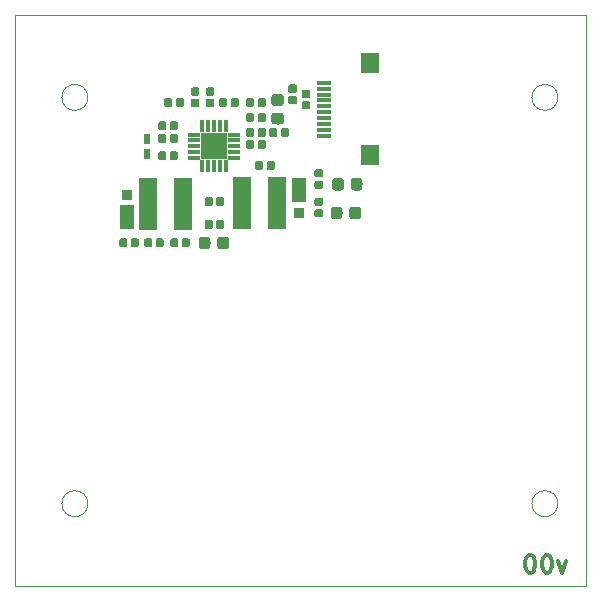
<source format=gbs>
G04 #@! TF.GenerationSoftware,KiCad,Pcbnew,(5.1.4)-1*
G04 #@! TF.CreationDate,2019-10-25T18:14:47-07:00*
G04 #@! TF.ProjectId,SolarCellX_v3,536f6c61-7243-4656-9c6c-585f76332e6b,rev?*
G04 #@! TF.SameCoordinates,Original*
G04 #@! TF.FileFunction,Soldermask,Bot*
G04 #@! TF.FilePolarity,Negative*
%FSLAX46Y46*%
G04 Gerber Fmt 4.6, Leading zero omitted, Abs format (unit mm)*
G04 Created by KiCad (PCBNEW (5.1.4)-1) date 2019-10-25 18:14:47*
%MOMM*%
%LPD*%
G04 APERTURE LIST*
%ADD10C,0.300000*%
%ADD11C,0.050000*%
%ADD12R,0.901600X0.901600*%
%ADD13R,1.201600X2.101600*%
%ADD14C,0.100000*%
%ADD15C,0.976600*%
%ADD16C,0.691600*%
%ADD17R,0.627000X0.827000*%
%ADD18R,2.251600X2.251600*%
%ADD19R,0.401600X1.001600*%
%ADD20R,1.001600X0.401600*%
%ADD21R,1.601600X1.801600*%
%ADD22R,1.201600X0.351600*%
%ADD23R,1.562100X4.521200*%
G04 APERTURE END LIST*
D10*
X136723214Y-86229071D02*
X136366071Y-87229071D01*
X136008928Y-86229071D01*
X135151785Y-85729071D02*
X135008928Y-85729071D01*
X134866071Y-85800500D01*
X134794642Y-85871928D01*
X134723214Y-86014785D01*
X134651785Y-86300500D01*
X134651785Y-86657642D01*
X134723214Y-86943357D01*
X134794642Y-87086214D01*
X134866071Y-87157642D01*
X135008928Y-87229071D01*
X135151785Y-87229071D01*
X135294642Y-87157642D01*
X135366071Y-87086214D01*
X135437500Y-86943357D01*
X135508928Y-86657642D01*
X135508928Y-86300500D01*
X135437500Y-86014785D01*
X135366071Y-85871928D01*
X135294642Y-85800500D01*
X135151785Y-85729071D01*
X133723214Y-85729071D02*
X133580357Y-85729071D01*
X133437500Y-85800500D01*
X133366071Y-85871928D01*
X133294642Y-86014785D01*
X133223214Y-86300500D01*
X133223214Y-86657642D01*
X133294642Y-86943357D01*
X133366071Y-87086214D01*
X133437500Y-87157642D01*
X133580357Y-87229071D01*
X133723214Y-87229071D01*
X133866071Y-87157642D01*
X133937500Y-87086214D01*
X134008928Y-86943357D01*
X134080357Y-86657642D01*
X134080357Y-86300500D01*
X134008928Y-86014785D01*
X133937500Y-85871928D01*
X133866071Y-85800500D01*
X133723214Y-85729071D01*
D11*
X96200000Y-47000000D02*
G75*
G03X96200000Y-47000000I-1100000J0D01*
G01*
X96200000Y-81400000D02*
G75*
G03X96200000Y-81400000I-1100000J0D01*
G01*
X136000000Y-81400000D02*
G75*
G03X136000000Y-81400000I-1100000J0D01*
G01*
X136000000Y-47000000D02*
G75*
G03X136000000Y-47000000I-1100000J0D01*
G01*
X90000000Y-88400000D02*
X138400000Y-88400000D01*
X90000000Y-88400000D02*
X90000000Y-40000000D01*
X138400000Y-40000000D02*
X138400000Y-88400000D01*
X90000000Y-40000000D02*
X138400000Y-40000000D01*
D12*
X99504500Y-55265000D03*
D13*
X99504500Y-57165000D03*
D14*
G36*
X112573581Y-48306376D02*
G01*
X112597281Y-48309891D01*
X112620523Y-48315713D01*
X112643082Y-48323785D01*
X112664742Y-48334029D01*
X112685292Y-48346347D01*
X112704537Y-48360619D01*
X112722290Y-48376710D01*
X112738381Y-48394463D01*
X112752653Y-48413708D01*
X112764971Y-48434258D01*
X112775215Y-48455918D01*
X112783287Y-48478477D01*
X112789109Y-48501719D01*
X112792624Y-48525419D01*
X112793800Y-48549350D01*
X112793800Y-49037650D01*
X112792624Y-49061581D01*
X112789109Y-49085281D01*
X112783287Y-49108523D01*
X112775215Y-49131082D01*
X112764971Y-49152742D01*
X112752653Y-49173292D01*
X112738381Y-49192537D01*
X112722290Y-49210290D01*
X112704537Y-49226381D01*
X112685292Y-49240653D01*
X112664742Y-49252971D01*
X112643082Y-49263215D01*
X112620523Y-49271287D01*
X112597281Y-49277109D01*
X112573581Y-49280624D01*
X112549650Y-49281800D01*
X111986350Y-49281800D01*
X111962419Y-49280624D01*
X111938719Y-49277109D01*
X111915477Y-49271287D01*
X111892918Y-49263215D01*
X111871258Y-49252971D01*
X111850708Y-49240653D01*
X111831463Y-49226381D01*
X111813710Y-49210290D01*
X111797619Y-49192537D01*
X111783347Y-49173292D01*
X111771029Y-49152742D01*
X111760785Y-49131082D01*
X111752713Y-49108523D01*
X111746891Y-49085281D01*
X111743376Y-49061581D01*
X111742200Y-49037650D01*
X111742200Y-48549350D01*
X111743376Y-48525419D01*
X111746891Y-48501719D01*
X111752713Y-48478477D01*
X111760785Y-48455918D01*
X111771029Y-48434258D01*
X111783347Y-48413708D01*
X111797619Y-48394463D01*
X111813710Y-48376710D01*
X111831463Y-48360619D01*
X111850708Y-48346347D01*
X111871258Y-48334029D01*
X111892918Y-48323785D01*
X111915477Y-48315713D01*
X111938719Y-48309891D01*
X111962419Y-48306376D01*
X111986350Y-48305200D01*
X112549650Y-48305200D01*
X112573581Y-48306376D01*
X112573581Y-48306376D01*
G37*
D15*
X112268000Y-48793500D03*
D14*
G36*
X112573581Y-46731376D02*
G01*
X112597281Y-46734891D01*
X112620523Y-46740713D01*
X112643082Y-46748785D01*
X112664742Y-46759029D01*
X112685292Y-46771347D01*
X112704537Y-46785619D01*
X112722290Y-46801710D01*
X112738381Y-46819463D01*
X112752653Y-46838708D01*
X112764971Y-46859258D01*
X112775215Y-46880918D01*
X112783287Y-46903477D01*
X112789109Y-46926719D01*
X112792624Y-46950419D01*
X112793800Y-46974350D01*
X112793800Y-47462650D01*
X112792624Y-47486581D01*
X112789109Y-47510281D01*
X112783287Y-47533523D01*
X112775215Y-47556082D01*
X112764971Y-47577742D01*
X112752653Y-47598292D01*
X112738381Y-47617537D01*
X112722290Y-47635290D01*
X112704537Y-47651381D01*
X112685292Y-47665653D01*
X112664742Y-47677971D01*
X112643082Y-47688215D01*
X112620523Y-47696287D01*
X112597281Y-47702109D01*
X112573581Y-47705624D01*
X112549650Y-47706800D01*
X111986350Y-47706800D01*
X111962419Y-47705624D01*
X111938719Y-47702109D01*
X111915477Y-47696287D01*
X111892918Y-47688215D01*
X111871258Y-47677971D01*
X111850708Y-47665653D01*
X111831463Y-47651381D01*
X111813710Y-47635290D01*
X111797619Y-47617537D01*
X111783347Y-47598292D01*
X111771029Y-47577742D01*
X111760785Y-47556082D01*
X111752713Y-47533523D01*
X111746891Y-47510281D01*
X111743376Y-47486581D01*
X111742200Y-47462650D01*
X111742200Y-46974350D01*
X111743376Y-46950419D01*
X111746891Y-46926719D01*
X111752713Y-46903477D01*
X111760785Y-46880918D01*
X111771029Y-46859258D01*
X111783347Y-46838708D01*
X111797619Y-46819463D01*
X111813710Y-46801710D01*
X111831463Y-46785619D01*
X111850708Y-46771347D01*
X111871258Y-46759029D01*
X111892918Y-46748785D01*
X111915477Y-46740713D01*
X111938719Y-46734891D01*
X111962419Y-46731376D01*
X111986350Y-46730200D01*
X112549650Y-46730200D01*
X112573581Y-46731376D01*
X112573581Y-46731376D01*
G37*
D15*
X112268000Y-47218500D03*
D14*
G36*
X107588507Y-57378689D02*
G01*
X107605291Y-57381178D01*
X107621750Y-57385301D01*
X107637726Y-57391017D01*
X107653064Y-57398272D01*
X107667618Y-57406995D01*
X107681247Y-57417102D01*
X107693819Y-57428497D01*
X107705214Y-57441069D01*
X107715321Y-57454698D01*
X107724044Y-57469252D01*
X107731299Y-57484590D01*
X107737015Y-57500566D01*
X107741138Y-57517025D01*
X107743627Y-57533809D01*
X107744460Y-57550756D01*
X107744460Y-57946556D01*
X107743627Y-57963503D01*
X107741138Y-57980287D01*
X107737015Y-57996746D01*
X107731299Y-58012722D01*
X107724044Y-58028060D01*
X107715321Y-58042614D01*
X107705214Y-58056243D01*
X107693819Y-58068815D01*
X107681247Y-58080210D01*
X107667618Y-58090317D01*
X107653064Y-58099040D01*
X107637726Y-58106295D01*
X107621750Y-58112011D01*
X107605291Y-58116134D01*
X107588507Y-58118623D01*
X107571560Y-58119456D01*
X107225760Y-58119456D01*
X107208813Y-58118623D01*
X107192029Y-58116134D01*
X107175570Y-58112011D01*
X107159594Y-58106295D01*
X107144256Y-58099040D01*
X107129702Y-58090317D01*
X107116073Y-58080210D01*
X107103501Y-58068815D01*
X107092106Y-58056243D01*
X107081999Y-58042614D01*
X107073276Y-58028060D01*
X107066021Y-58012722D01*
X107060305Y-57996746D01*
X107056182Y-57980287D01*
X107053693Y-57963503D01*
X107052860Y-57946556D01*
X107052860Y-57550756D01*
X107053693Y-57533809D01*
X107056182Y-57517025D01*
X107060305Y-57500566D01*
X107066021Y-57484590D01*
X107073276Y-57469252D01*
X107081999Y-57454698D01*
X107092106Y-57441069D01*
X107103501Y-57428497D01*
X107116073Y-57417102D01*
X107129702Y-57406995D01*
X107144256Y-57398272D01*
X107159594Y-57391017D01*
X107175570Y-57385301D01*
X107192029Y-57381178D01*
X107208813Y-57378689D01*
X107225760Y-57377856D01*
X107571560Y-57377856D01*
X107588507Y-57378689D01*
X107588507Y-57378689D01*
G37*
D16*
X107398660Y-57748656D03*
D14*
G36*
X106618507Y-57378689D02*
G01*
X106635291Y-57381178D01*
X106651750Y-57385301D01*
X106667726Y-57391017D01*
X106683064Y-57398272D01*
X106697618Y-57406995D01*
X106711247Y-57417102D01*
X106723819Y-57428497D01*
X106735214Y-57441069D01*
X106745321Y-57454698D01*
X106754044Y-57469252D01*
X106761299Y-57484590D01*
X106767015Y-57500566D01*
X106771138Y-57517025D01*
X106773627Y-57533809D01*
X106774460Y-57550756D01*
X106774460Y-57946556D01*
X106773627Y-57963503D01*
X106771138Y-57980287D01*
X106767015Y-57996746D01*
X106761299Y-58012722D01*
X106754044Y-58028060D01*
X106745321Y-58042614D01*
X106735214Y-58056243D01*
X106723819Y-58068815D01*
X106711247Y-58080210D01*
X106697618Y-58090317D01*
X106683064Y-58099040D01*
X106667726Y-58106295D01*
X106651750Y-58112011D01*
X106635291Y-58116134D01*
X106618507Y-58118623D01*
X106601560Y-58119456D01*
X106255760Y-58119456D01*
X106238813Y-58118623D01*
X106222029Y-58116134D01*
X106205570Y-58112011D01*
X106189594Y-58106295D01*
X106174256Y-58099040D01*
X106159702Y-58090317D01*
X106146073Y-58080210D01*
X106133501Y-58068815D01*
X106122106Y-58056243D01*
X106111999Y-58042614D01*
X106103276Y-58028060D01*
X106096021Y-58012722D01*
X106090305Y-57996746D01*
X106086182Y-57980287D01*
X106083693Y-57963503D01*
X106082860Y-57946556D01*
X106082860Y-57550756D01*
X106083693Y-57533809D01*
X106086182Y-57517025D01*
X106090305Y-57500566D01*
X106096021Y-57484590D01*
X106103276Y-57469252D01*
X106111999Y-57454698D01*
X106122106Y-57441069D01*
X106133501Y-57428497D01*
X106146073Y-57417102D01*
X106159702Y-57406995D01*
X106174256Y-57398272D01*
X106189594Y-57391017D01*
X106205570Y-57385301D01*
X106222029Y-57381178D01*
X106238813Y-57378689D01*
X106255760Y-57377856D01*
X106601560Y-57377856D01*
X106618507Y-57378689D01*
X106618507Y-57378689D01*
G37*
D16*
X106428660Y-57748656D03*
D14*
G36*
X119229081Y-53831376D02*
G01*
X119252781Y-53834891D01*
X119276023Y-53840713D01*
X119298582Y-53848785D01*
X119320242Y-53859029D01*
X119340792Y-53871347D01*
X119360037Y-53885619D01*
X119377790Y-53901710D01*
X119393881Y-53919463D01*
X119408153Y-53938708D01*
X119420471Y-53959258D01*
X119430715Y-53980918D01*
X119438787Y-54003477D01*
X119444609Y-54026719D01*
X119448124Y-54050419D01*
X119449300Y-54074350D01*
X119449300Y-54637650D01*
X119448124Y-54661581D01*
X119444609Y-54685281D01*
X119438787Y-54708523D01*
X119430715Y-54731082D01*
X119420471Y-54752742D01*
X119408153Y-54773292D01*
X119393881Y-54792537D01*
X119377790Y-54810290D01*
X119360037Y-54826381D01*
X119340792Y-54840653D01*
X119320242Y-54852971D01*
X119298582Y-54863215D01*
X119276023Y-54871287D01*
X119252781Y-54877109D01*
X119229081Y-54880624D01*
X119205150Y-54881800D01*
X118716850Y-54881800D01*
X118692919Y-54880624D01*
X118669219Y-54877109D01*
X118645977Y-54871287D01*
X118623418Y-54863215D01*
X118601758Y-54852971D01*
X118581208Y-54840653D01*
X118561963Y-54826381D01*
X118544210Y-54810290D01*
X118528119Y-54792537D01*
X118513847Y-54773292D01*
X118501529Y-54752742D01*
X118491285Y-54731082D01*
X118483213Y-54708523D01*
X118477391Y-54685281D01*
X118473876Y-54661581D01*
X118472700Y-54637650D01*
X118472700Y-54074350D01*
X118473876Y-54050419D01*
X118477391Y-54026719D01*
X118483213Y-54003477D01*
X118491285Y-53980918D01*
X118501529Y-53959258D01*
X118513847Y-53938708D01*
X118528119Y-53919463D01*
X118544210Y-53901710D01*
X118561963Y-53885619D01*
X118581208Y-53871347D01*
X118601758Y-53859029D01*
X118623418Y-53848785D01*
X118645977Y-53840713D01*
X118669219Y-53834891D01*
X118692919Y-53831376D01*
X118716850Y-53830200D01*
X119205150Y-53830200D01*
X119229081Y-53831376D01*
X119229081Y-53831376D01*
G37*
D15*
X118961000Y-54356000D03*
D14*
G36*
X117654081Y-53831376D02*
G01*
X117677781Y-53834891D01*
X117701023Y-53840713D01*
X117723582Y-53848785D01*
X117745242Y-53859029D01*
X117765792Y-53871347D01*
X117785037Y-53885619D01*
X117802790Y-53901710D01*
X117818881Y-53919463D01*
X117833153Y-53938708D01*
X117845471Y-53959258D01*
X117855715Y-53980918D01*
X117863787Y-54003477D01*
X117869609Y-54026719D01*
X117873124Y-54050419D01*
X117874300Y-54074350D01*
X117874300Y-54637650D01*
X117873124Y-54661581D01*
X117869609Y-54685281D01*
X117863787Y-54708523D01*
X117855715Y-54731082D01*
X117845471Y-54752742D01*
X117833153Y-54773292D01*
X117818881Y-54792537D01*
X117802790Y-54810290D01*
X117785037Y-54826381D01*
X117765792Y-54840653D01*
X117745242Y-54852971D01*
X117723582Y-54863215D01*
X117701023Y-54871287D01*
X117677781Y-54877109D01*
X117654081Y-54880624D01*
X117630150Y-54881800D01*
X117141850Y-54881800D01*
X117117919Y-54880624D01*
X117094219Y-54877109D01*
X117070977Y-54871287D01*
X117048418Y-54863215D01*
X117026758Y-54852971D01*
X117006208Y-54840653D01*
X116986963Y-54826381D01*
X116969210Y-54810290D01*
X116953119Y-54792537D01*
X116938847Y-54773292D01*
X116926529Y-54752742D01*
X116916285Y-54731082D01*
X116908213Y-54708523D01*
X116902391Y-54685281D01*
X116898876Y-54661581D01*
X116897700Y-54637650D01*
X116897700Y-54074350D01*
X116898876Y-54050419D01*
X116902391Y-54026719D01*
X116908213Y-54003477D01*
X116916285Y-53980918D01*
X116926529Y-53959258D01*
X116938847Y-53938708D01*
X116953119Y-53919463D01*
X116969210Y-53901710D01*
X116986963Y-53885619D01*
X117006208Y-53871347D01*
X117026758Y-53859029D01*
X117048418Y-53848785D01*
X117070977Y-53840713D01*
X117094219Y-53834891D01*
X117117919Y-53831376D01*
X117141850Y-53830200D01*
X117630150Y-53830200D01*
X117654081Y-53831376D01*
X117654081Y-53831376D01*
G37*
D15*
X117386000Y-54356000D03*
D17*
X101219000Y-51816000D03*
X101219000Y-50516000D03*
D18*
X106893660Y-51144656D03*
D19*
X105893660Y-52844656D03*
X106393660Y-52844656D03*
X106893660Y-52844656D03*
X107393660Y-52844656D03*
X107893660Y-52844656D03*
D20*
X108593660Y-52144656D03*
X108593660Y-51644656D03*
X108593660Y-51144656D03*
X108593660Y-50644656D03*
X108593660Y-50144656D03*
D19*
X107893660Y-49444656D03*
X107393660Y-49444656D03*
X106893660Y-49444656D03*
X106393660Y-49444656D03*
X105893660Y-49444656D03*
D20*
X105193660Y-50144656D03*
X105193660Y-50644656D03*
X105193660Y-51144656D03*
X105193660Y-51644656D03*
X105193660Y-52144656D03*
D12*
X114109500Y-56749000D03*
D13*
X114109500Y-54849000D03*
D14*
G36*
X104179847Y-47064533D02*
G01*
X104196631Y-47067022D01*
X104213090Y-47071145D01*
X104229066Y-47076861D01*
X104244404Y-47084116D01*
X104258958Y-47092839D01*
X104272587Y-47102946D01*
X104285159Y-47114341D01*
X104296554Y-47126913D01*
X104306661Y-47140542D01*
X104315384Y-47155096D01*
X104322639Y-47170434D01*
X104328355Y-47186410D01*
X104332478Y-47202869D01*
X104334967Y-47219653D01*
X104335800Y-47236600D01*
X104335800Y-47632400D01*
X104334967Y-47649347D01*
X104332478Y-47666131D01*
X104328355Y-47682590D01*
X104322639Y-47698566D01*
X104315384Y-47713904D01*
X104306661Y-47728458D01*
X104296554Y-47742087D01*
X104285159Y-47754659D01*
X104272587Y-47766054D01*
X104258958Y-47776161D01*
X104244404Y-47784884D01*
X104229066Y-47792139D01*
X104213090Y-47797855D01*
X104196631Y-47801978D01*
X104179847Y-47804467D01*
X104162900Y-47805300D01*
X103817100Y-47805300D01*
X103800153Y-47804467D01*
X103783369Y-47801978D01*
X103766910Y-47797855D01*
X103750934Y-47792139D01*
X103735596Y-47784884D01*
X103721042Y-47776161D01*
X103707413Y-47766054D01*
X103694841Y-47754659D01*
X103683446Y-47742087D01*
X103673339Y-47728458D01*
X103664616Y-47713904D01*
X103657361Y-47698566D01*
X103651645Y-47682590D01*
X103647522Y-47666131D01*
X103645033Y-47649347D01*
X103644200Y-47632400D01*
X103644200Y-47236600D01*
X103645033Y-47219653D01*
X103647522Y-47202869D01*
X103651645Y-47186410D01*
X103657361Y-47170434D01*
X103664616Y-47155096D01*
X103673339Y-47140542D01*
X103683446Y-47126913D01*
X103694841Y-47114341D01*
X103707413Y-47102946D01*
X103721042Y-47092839D01*
X103735596Y-47084116D01*
X103750934Y-47076861D01*
X103766910Y-47071145D01*
X103783369Y-47067022D01*
X103800153Y-47064533D01*
X103817100Y-47063700D01*
X104162900Y-47063700D01*
X104179847Y-47064533D01*
X104179847Y-47064533D01*
G37*
D16*
X103990000Y-47434500D03*
D14*
G36*
X103209847Y-47064533D02*
G01*
X103226631Y-47067022D01*
X103243090Y-47071145D01*
X103259066Y-47076861D01*
X103274404Y-47084116D01*
X103288958Y-47092839D01*
X103302587Y-47102946D01*
X103315159Y-47114341D01*
X103326554Y-47126913D01*
X103336661Y-47140542D01*
X103345384Y-47155096D01*
X103352639Y-47170434D01*
X103358355Y-47186410D01*
X103362478Y-47202869D01*
X103364967Y-47219653D01*
X103365800Y-47236600D01*
X103365800Y-47632400D01*
X103364967Y-47649347D01*
X103362478Y-47666131D01*
X103358355Y-47682590D01*
X103352639Y-47698566D01*
X103345384Y-47713904D01*
X103336661Y-47728458D01*
X103326554Y-47742087D01*
X103315159Y-47754659D01*
X103302587Y-47766054D01*
X103288958Y-47776161D01*
X103274404Y-47784884D01*
X103259066Y-47792139D01*
X103243090Y-47797855D01*
X103226631Y-47801978D01*
X103209847Y-47804467D01*
X103192900Y-47805300D01*
X102847100Y-47805300D01*
X102830153Y-47804467D01*
X102813369Y-47801978D01*
X102796910Y-47797855D01*
X102780934Y-47792139D01*
X102765596Y-47784884D01*
X102751042Y-47776161D01*
X102737413Y-47766054D01*
X102724841Y-47754659D01*
X102713446Y-47742087D01*
X102703339Y-47728458D01*
X102694616Y-47713904D01*
X102687361Y-47698566D01*
X102681645Y-47682590D01*
X102677522Y-47666131D01*
X102675033Y-47649347D01*
X102674200Y-47632400D01*
X102674200Y-47236600D01*
X102675033Y-47219653D01*
X102677522Y-47202869D01*
X102681645Y-47186410D01*
X102687361Y-47170434D01*
X102694616Y-47155096D01*
X102703339Y-47140542D01*
X102713446Y-47126913D01*
X102724841Y-47114341D01*
X102737413Y-47102946D01*
X102751042Y-47092839D01*
X102765596Y-47084116D01*
X102780934Y-47076861D01*
X102796910Y-47071145D01*
X102813369Y-47067022D01*
X102830153Y-47064533D01*
X102847100Y-47063700D01*
X103192900Y-47063700D01*
X103209847Y-47064533D01*
X103209847Y-47064533D01*
G37*
D16*
X103020000Y-47434500D03*
D14*
G36*
X105497847Y-46160033D02*
G01*
X105514631Y-46162522D01*
X105531090Y-46166645D01*
X105547066Y-46172361D01*
X105562404Y-46179616D01*
X105576958Y-46188339D01*
X105590587Y-46198446D01*
X105603159Y-46209841D01*
X105614554Y-46222413D01*
X105624661Y-46236042D01*
X105633384Y-46250596D01*
X105640639Y-46265934D01*
X105646355Y-46281910D01*
X105650478Y-46298369D01*
X105652967Y-46315153D01*
X105653800Y-46332100D01*
X105653800Y-46677900D01*
X105652967Y-46694847D01*
X105650478Y-46711631D01*
X105646355Y-46728090D01*
X105640639Y-46744066D01*
X105633384Y-46759404D01*
X105624661Y-46773958D01*
X105614554Y-46787587D01*
X105603159Y-46800159D01*
X105590587Y-46811554D01*
X105576958Y-46821661D01*
X105562404Y-46830384D01*
X105547066Y-46837639D01*
X105531090Y-46843355D01*
X105514631Y-46847478D01*
X105497847Y-46849967D01*
X105480900Y-46850800D01*
X105085100Y-46850800D01*
X105068153Y-46849967D01*
X105051369Y-46847478D01*
X105034910Y-46843355D01*
X105018934Y-46837639D01*
X105003596Y-46830384D01*
X104989042Y-46821661D01*
X104975413Y-46811554D01*
X104962841Y-46800159D01*
X104951446Y-46787587D01*
X104941339Y-46773958D01*
X104932616Y-46759404D01*
X104925361Y-46744066D01*
X104919645Y-46728090D01*
X104915522Y-46711631D01*
X104913033Y-46694847D01*
X104912200Y-46677900D01*
X104912200Y-46332100D01*
X104913033Y-46315153D01*
X104915522Y-46298369D01*
X104919645Y-46281910D01*
X104925361Y-46265934D01*
X104932616Y-46250596D01*
X104941339Y-46236042D01*
X104951446Y-46222413D01*
X104962841Y-46209841D01*
X104975413Y-46198446D01*
X104989042Y-46188339D01*
X105003596Y-46179616D01*
X105018934Y-46172361D01*
X105034910Y-46166645D01*
X105051369Y-46162522D01*
X105068153Y-46160033D01*
X105085100Y-46159200D01*
X105480900Y-46159200D01*
X105497847Y-46160033D01*
X105497847Y-46160033D01*
G37*
D16*
X105283000Y-46505000D03*
D14*
G36*
X105497847Y-47130033D02*
G01*
X105514631Y-47132522D01*
X105531090Y-47136645D01*
X105547066Y-47142361D01*
X105562404Y-47149616D01*
X105576958Y-47158339D01*
X105590587Y-47168446D01*
X105603159Y-47179841D01*
X105614554Y-47192413D01*
X105624661Y-47206042D01*
X105633384Y-47220596D01*
X105640639Y-47235934D01*
X105646355Y-47251910D01*
X105650478Y-47268369D01*
X105652967Y-47285153D01*
X105653800Y-47302100D01*
X105653800Y-47647900D01*
X105652967Y-47664847D01*
X105650478Y-47681631D01*
X105646355Y-47698090D01*
X105640639Y-47714066D01*
X105633384Y-47729404D01*
X105624661Y-47743958D01*
X105614554Y-47757587D01*
X105603159Y-47770159D01*
X105590587Y-47781554D01*
X105576958Y-47791661D01*
X105562404Y-47800384D01*
X105547066Y-47807639D01*
X105531090Y-47813355D01*
X105514631Y-47817478D01*
X105497847Y-47819967D01*
X105480900Y-47820800D01*
X105085100Y-47820800D01*
X105068153Y-47819967D01*
X105051369Y-47817478D01*
X105034910Y-47813355D01*
X105018934Y-47807639D01*
X105003596Y-47800384D01*
X104989042Y-47791661D01*
X104975413Y-47781554D01*
X104962841Y-47770159D01*
X104951446Y-47757587D01*
X104941339Y-47743958D01*
X104932616Y-47729404D01*
X104925361Y-47714066D01*
X104919645Y-47698090D01*
X104915522Y-47681631D01*
X104913033Y-47664847D01*
X104912200Y-47647900D01*
X104912200Y-47302100D01*
X104913033Y-47285153D01*
X104915522Y-47268369D01*
X104919645Y-47251910D01*
X104925361Y-47235934D01*
X104932616Y-47220596D01*
X104941339Y-47206042D01*
X104951446Y-47192413D01*
X104962841Y-47179841D01*
X104975413Y-47168446D01*
X104989042Y-47158339D01*
X105003596Y-47149616D01*
X105018934Y-47142361D01*
X105034910Y-47136645D01*
X105051369Y-47132522D01*
X105068153Y-47130033D01*
X105085100Y-47129200D01*
X105480900Y-47129200D01*
X105497847Y-47130033D01*
X105497847Y-47130033D01*
G37*
D16*
X105283000Y-47475000D03*
D14*
G36*
X103717847Y-58939033D02*
G01*
X103734631Y-58941522D01*
X103751090Y-58945645D01*
X103767066Y-58951361D01*
X103782404Y-58958616D01*
X103796958Y-58967339D01*
X103810587Y-58977446D01*
X103823159Y-58988841D01*
X103834554Y-59001413D01*
X103844661Y-59015042D01*
X103853384Y-59029596D01*
X103860639Y-59044934D01*
X103866355Y-59060910D01*
X103870478Y-59077369D01*
X103872967Y-59094153D01*
X103873800Y-59111100D01*
X103873800Y-59506900D01*
X103872967Y-59523847D01*
X103870478Y-59540631D01*
X103866355Y-59557090D01*
X103860639Y-59573066D01*
X103853384Y-59588404D01*
X103844661Y-59602958D01*
X103834554Y-59616587D01*
X103823159Y-59629159D01*
X103810587Y-59640554D01*
X103796958Y-59650661D01*
X103782404Y-59659384D01*
X103767066Y-59666639D01*
X103751090Y-59672355D01*
X103734631Y-59676478D01*
X103717847Y-59678967D01*
X103700900Y-59679800D01*
X103355100Y-59679800D01*
X103338153Y-59678967D01*
X103321369Y-59676478D01*
X103304910Y-59672355D01*
X103288934Y-59666639D01*
X103273596Y-59659384D01*
X103259042Y-59650661D01*
X103245413Y-59640554D01*
X103232841Y-59629159D01*
X103221446Y-59616587D01*
X103211339Y-59602958D01*
X103202616Y-59588404D01*
X103195361Y-59573066D01*
X103189645Y-59557090D01*
X103185522Y-59540631D01*
X103183033Y-59523847D01*
X103182200Y-59506900D01*
X103182200Y-59111100D01*
X103183033Y-59094153D01*
X103185522Y-59077369D01*
X103189645Y-59060910D01*
X103195361Y-59044934D01*
X103202616Y-59029596D01*
X103211339Y-59015042D01*
X103221446Y-59001413D01*
X103232841Y-58988841D01*
X103245413Y-58977446D01*
X103259042Y-58967339D01*
X103273596Y-58958616D01*
X103288934Y-58951361D01*
X103304910Y-58945645D01*
X103321369Y-58941522D01*
X103338153Y-58939033D01*
X103355100Y-58938200D01*
X103700900Y-58938200D01*
X103717847Y-58939033D01*
X103717847Y-58939033D01*
G37*
D16*
X103528000Y-59309000D03*
D14*
G36*
X104687847Y-58939033D02*
G01*
X104704631Y-58941522D01*
X104721090Y-58945645D01*
X104737066Y-58951361D01*
X104752404Y-58958616D01*
X104766958Y-58967339D01*
X104780587Y-58977446D01*
X104793159Y-58988841D01*
X104804554Y-59001413D01*
X104814661Y-59015042D01*
X104823384Y-59029596D01*
X104830639Y-59044934D01*
X104836355Y-59060910D01*
X104840478Y-59077369D01*
X104842967Y-59094153D01*
X104843800Y-59111100D01*
X104843800Y-59506900D01*
X104842967Y-59523847D01*
X104840478Y-59540631D01*
X104836355Y-59557090D01*
X104830639Y-59573066D01*
X104823384Y-59588404D01*
X104814661Y-59602958D01*
X104804554Y-59616587D01*
X104793159Y-59629159D01*
X104780587Y-59640554D01*
X104766958Y-59650661D01*
X104752404Y-59659384D01*
X104737066Y-59666639D01*
X104721090Y-59672355D01*
X104704631Y-59676478D01*
X104687847Y-59678967D01*
X104670900Y-59679800D01*
X104325100Y-59679800D01*
X104308153Y-59678967D01*
X104291369Y-59676478D01*
X104274910Y-59672355D01*
X104258934Y-59666639D01*
X104243596Y-59659384D01*
X104229042Y-59650661D01*
X104215413Y-59640554D01*
X104202841Y-59629159D01*
X104191446Y-59616587D01*
X104181339Y-59602958D01*
X104172616Y-59588404D01*
X104165361Y-59573066D01*
X104159645Y-59557090D01*
X104155522Y-59540631D01*
X104153033Y-59523847D01*
X104152200Y-59506900D01*
X104152200Y-59111100D01*
X104153033Y-59094153D01*
X104155522Y-59077369D01*
X104159645Y-59060910D01*
X104165361Y-59044934D01*
X104172616Y-59029596D01*
X104181339Y-59015042D01*
X104191446Y-59001413D01*
X104202841Y-58988841D01*
X104215413Y-58977446D01*
X104229042Y-58967339D01*
X104243596Y-58958616D01*
X104258934Y-58951361D01*
X104274910Y-58945645D01*
X104291369Y-58941522D01*
X104308153Y-58939033D01*
X104325100Y-58938200D01*
X104670900Y-58938200D01*
X104687847Y-58939033D01*
X104687847Y-58939033D01*
G37*
D16*
X104498000Y-59309000D03*
D14*
G36*
X107588507Y-55446533D02*
G01*
X107605291Y-55449022D01*
X107621750Y-55453145D01*
X107637726Y-55458861D01*
X107653064Y-55466116D01*
X107667618Y-55474839D01*
X107681247Y-55484946D01*
X107693819Y-55496341D01*
X107705214Y-55508913D01*
X107715321Y-55522542D01*
X107724044Y-55537096D01*
X107731299Y-55552434D01*
X107737015Y-55568410D01*
X107741138Y-55584869D01*
X107743627Y-55601653D01*
X107744460Y-55618600D01*
X107744460Y-56014400D01*
X107743627Y-56031347D01*
X107741138Y-56048131D01*
X107737015Y-56064590D01*
X107731299Y-56080566D01*
X107724044Y-56095904D01*
X107715321Y-56110458D01*
X107705214Y-56124087D01*
X107693819Y-56136659D01*
X107681247Y-56148054D01*
X107667618Y-56158161D01*
X107653064Y-56166884D01*
X107637726Y-56174139D01*
X107621750Y-56179855D01*
X107605291Y-56183978D01*
X107588507Y-56186467D01*
X107571560Y-56187300D01*
X107225760Y-56187300D01*
X107208813Y-56186467D01*
X107192029Y-56183978D01*
X107175570Y-56179855D01*
X107159594Y-56174139D01*
X107144256Y-56166884D01*
X107129702Y-56158161D01*
X107116073Y-56148054D01*
X107103501Y-56136659D01*
X107092106Y-56124087D01*
X107081999Y-56110458D01*
X107073276Y-56095904D01*
X107066021Y-56080566D01*
X107060305Y-56064590D01*
X107056182Y-56048131D01*
X107053693Y-56031347D01*
X107052860Y-56014400D01*
X107052860Y-55618600D01*
X107053693Y-55601653D01*
X107056182Y-55584869D01*
X107060305Y-55568410D01*
X107066021Y-55552434D01*
X107073276Y-55537096D01*
X107081999Y-55522542D01*
X107092106Y-55508913D01*
X107103501Y-55496341D01*
X107116073Y-55484946D01*
X107129702Y-55474839D01*
X107144256Y-55466116D01*
X107159594Y-55458861D01*
X107175570Y-55453145D01*
X107192029Y-55449022D01*
X107208813Y-55446533D01*
X107225760Y-55445700D01*
X107571560Y-55445700D01*
X107588507Y-55446533D01*
X107588507Y-55446533D01*
G37*
D16*
X107398660Y-55816500D03*
D14*
G36*
X106618507Y-55446533D02*
G01*
X106635291Y-55449022D01*
X106651750Y-55453145D01*
X106667726Y-55458861D01*
X106683064Y-55466116D01*
X106697618Y-55474839D01*
X106711247Y-55484946D01*
X106723819Y-55496341D01*
X106735214Y-55508913D01*
X106745321Y-55522542D01*
X106754044Y-55537096D01*
X106761299Y-55552434D01*
X106767015Y-55568410D01*
X106771138Y-55584869D01*
X106773627Y-55601653D01*
X106774460Y-55618600D01*
X106774460Y-56014400D01*
X106773627Y-56031347D01*
X106771138Y-56048131D01*
X106767015Y-56064590D01*
X106761299Y-56080566D01*
X106754044Y-56095904D01*
X106745321Y-56110458D01*
X106735214Y-56124087D01*
X106723819Y-56136659D01*
X106711247Y-56148054D01*
X106697618Y-56158161D01*
X106683064Y-56166884D01*
X106667726Y-56174139D01*
X106651750Y-56179855D01*
X106635291Y-56183978D01*
X106618507Y-56186467D01*
X106601560Y-56187300D01*
X106255760Y-56187300D01*
X106238813Y-56186467D01*
X106222029Y-56183978D01*
X106205570Y-56179855D01*
X106189594Y-56174139D01*
X106174256Y-56166884D01*
X106159702Y-56158161D01*
X106146073Y-56148054D01*
X106133501Y-56136659D01*
X106122106Y-56124087D01*
X106111999Y-56110458D01*
X106103276Y-56095904D01*
X106096021Y-56080566D01*
X106090305Y-56064590D01*
X106086182Y-56048131D01*
X106083693Y-56031347D01*
X106082860Y-56014400D01*
X106082860Y-55618600D01*
X106083693Y-55601653D01*
X106086182Y-55584869D01*
X106090305Y-55568410D01*
X106096021Y-55552434D01*
X106103276Y-55537096D01*
X106111999Y-55522542D01*
X106122106Y-55508913D01*
X106133501Y-55496341D01*
X106146073Y-55484946D01*
X106159702Y-55474839D01*
X106174256Y-55466116D01*
X106189594Y-55458861D01*
X106205570Y-55453145D01*
X106222029Y-55449022D01*
X106238813Y-55446533D01*
X106255760Y-55445700D01*
X106601560Y-55445700D01*
X106618507Y-55446533D01*
X106618507Y-55446533D01*
G37*
D16*
X106428660Y-55816500D03*
D21*
X120105000Y-51906000D03*
X120105000Y-44106000D03*
D22*
X116205000Y-50256000D03*
X116205000Y-49756000D03*
X116205000Y-49256000D03*
X116205000Y-48756000D03*
X116205000Y-48256000D03*
X116205000Y-47756000D03*
X116205000Y-47256000D03*
X116205000Y-46756000D03*
X116205000Y-46256000D03*
X116205000Y-45756000D03*
D14*
G36*
X119102081Y-56244376D02*
G01*
X119125781Y-56247891D01*
X119149023Y-56253713D01*
X119171582Y-56261785D01*
X119193242Y-56272029D01*
X119213792Y-56284347D01*
X119233037Y-56298619D01*
X119250790Y-56314710D01*
X119266881Y-56332463D01*
X119281153Y-56351708D01*
X119293471Y-56372258D01*
X119303715Y-56393918D01*
X119311787Y-56416477D01*
X119317609Y-56439719D01*
X119321124Y-56463419D01*
X119322300Y-56487350D01*
X119322300Y-57050650D01*
X119321124Y-57074581D01*
X119317609Y-57098281D01*
X119311787Y-57121523D01*
X119303715Y-57144082D01*
X119293471Y-57165742D01*
X119281153Y-57186292D01*
X119266881Y-57205537D01*
X119250790Y-57223290D01*
X119233037Y-57239381D01*
X119213792Y-57253653D01*
X119193242Y-57265971D01*
X119171582Y-57276215D01*
X119149023Y-57284287D01*
X119125781Y-57290109D01*
X119102081Y-57293624D01*
X119078150Y-57294800D01*
X118589850Y-57294800D01*
X118565919Y-57293624D01*
X118542219Y-57290109D01*
X118518977Y-57284287D01*
X118496418Y-57276215D01*
X118474758Y-57265971D01*
X118454208Y-57253653D01*
X118434963Y-57239381D01*
X118417210Y-57223290D01*
X118401119Y-57205537D01*
X118386847Y-57186292D01*
X118374529Y-57165742D01*
X118364285Y-57144082D01*
X118356213Y-57121523D01*
X118350391Y-57098281D01*
X118346876Y-57074581D01*
X118345700Y-57050650D01*
X118345700Y-56487350D01*
X118346876Y-56463419D01*
X118350391Y-56439719D01*
X118356213Y-56416477D01*
X118364285Y-56393918D01*
X118374529Y-56372258D01*
X118386847Y-56351708D01*
X118401119Y-56332463D01*
X118417210Y-56314710D01*
X118434963Y-56298619D01*
X118454208Y-56284347D01*
X118474758Y-56272029D01*
X118496418Y-56261785D01*
X118518977Y-56253713D01*
X118542219Y-56247891D01*
X118565919Y-56244376D01*
X118589850Y-56243200D01*
X119078150Y-56243200D01*
X119102081Y-56244376D01*
X119102081Y-56244376D01*
G37*
D15*
X118834000Y-56769000D03*
D14*
G36*
X117527081Y-56244376D02*
G01*
X117550781Y-56247891D01*
X117574023Y-56253713D01*
X117596582Y-56261785D01*
X117618242Y-56272029D01*
X117638792Y-56284347D01*
X117658037Y-56298619D01*
X117675790Y-56314710D01*
X117691881Y-56332463D01*
X117706153Y-56351708D01*
X117718471Y-56372258D01*
X117728715Y-56393918D01*
X117736787Y-56416477D01*
X117742609Y-56439719D01*
X117746124Y-56463419D01*
X117747300Y-56487350D01*
X117747300Y-57050650D01*
X117746124Y-57074581D01*
X117742609Y-57098281D01*
X117736787Y-57121523D01*
X117728715Y-57144082D01*
X117718471Y-57165742D01*
X117706153Y-57186292D01*
X117691881Y-57205537D01*
X117675790Y-57223290D01*
X117658037Y-57239381D01*
X117638792Y-57253653D01*
X117618242Y-57265971D01*
X117596582Y-57276215D01*
X117574023Y-57284287D01*
X117550781Y-57290109D01*
X117527081Y-57293624D01*
X117503150Y-57294800D01*
X117014850Y-57294800D01*
X116990919Y-57293624D01*
X116967219Y-57290109D01*
X116943977Y-57284287D01*
X116921418Y-57276215D01*
X116899758Y-57265971D01*
X116879208Y-57253653D01*
X116859963Y-57239381D01*
X116842210Y-57223290D01*
X116826119Y-57205537D01*
X116811847Y-57186292D01*
X116799529Y-57165742D01*
X116789285Y-57144082D01*
X116781213Y-57121523D01*
X116775391Y-57098281D01*
X116771876Y-57074581D01*
X116770700Y-57050650D01*
X116770700Y-56487350D01*
X116771876Y-56463419D01*
X116775391Y-56439719D01*
X116781213Y-56416477D01*
X116789285Y-56393918D01*
X116799529Y-56372258D01*
X116811847Y-56351708D01*
X116826119Y-56332463D01*
X116842210Y-56314710D01*
X116859963Y-56298619D01*
X116879208Y-56284347D01*
X116899758Y-56272029D01*
X116921418Y-56261785D01*
X116943977Y-56253713D01*
X116967219Y-56247891D01*
X116990919Y-56244376D01*
X117014850Y-56243200D01*
X117503150Y-56243200D01*
X117527081Y-56244376D01*
X117527081Y-56244376D01*
G37*
D15*
X117259000Y-56769000D03*
D14*
G36*
X115975347Y-53081533D02*
G01*
X115992131Y-53084022D01*
X116008590Y-53088145D01*
X116024566Y-53093861D01*
X116039904Y-53101116D01*
X116054458Y-53109839D01*
X116068087Y-53119946D01*
X116080659Y-53131341D01*
X116092054Y-53143913D01*
X116102161Y-53157542D01*
X116110884Y-53172096D01*
X116118139Y-53187434D01*
X116123855Y-53203410D01*
X116127978Y-53219869D01*
X116130467Y-53236653D01*
X116131300Y-53253600D01*
X116131300Y-53599400D01*
X116130467Y-53616347D01*
X116127978Y-53633131D01*
X116123855Y-53649590D01*
X116118139Y-53665566D01*
X116110884Y-53680904D01*
X116102161Y-53695458D01*
X116092054Y-53709087D01*
X116080659Y-53721659D01*
X116068087Y-53733054D01*
X116054458Y-53743161D01*
X116039904Y-53751884D01*
X116024566Y-53759139D01*
X116008590Y-53764855D01*
X115992131Y-53768978D01*
X115975347Y-53771467D01*
X115958400Y-53772300D01*
X115562600Y-53772300D01*
X115545653Y-53771467D01*
X115528869Y-53768978D01*
X115512410Y-53764855D01*
X115496434Y-53759139D01*
X115481096Y-53751884D01*
X115466542Y-53743161D01*
X115452913Y-53733054D01*
X115440341Y-53721659D01*
X115428946Y-53709087D01*
X115418839Y-53695458D01*
X115410116Y-53680904D01*
X115402861Y-53665566D01*
X115397145Y-53649590D01*
X115393022Y-53633131D01*
X115390533Y-53616347D01*
X115389700Y-53599400D01*
X115389700Y-53253600D01*
X115390533Y-53236653D01*
X115393022Y-53219869D01*
X115397145Y-53203410D01*
X115402861Y-53187434D01*
X115410116Y-53172096D01*
X115418839Y-53157542D01*
X115428946Y-53143913D01*
X115440341Y-53131341D01*
X115452913Y-53119946D01*
X115466542Y-53109839D01*
X115481096Y-53101116D01*
X115496434Y-53093861D01*
X115512410Y-53088145D01*
X115528869Y-53084022D01*
X115545653Y-53081533D01*
X115562600Y-53080700D01*
X115958400Y-53080700D01*
X115975347Y-53081533D01*
X115975347Y-53081533D01*
G37*
D16*
X115760500Y-53426500D03*
D14*
G36*
X115975347Y-54051533D02*
G01*
X115992131Y-54054022D01*
X116008590Y-54058145D01*
X116024566Y-54063861D01*
X116039904Y-54071116D01*
X116054458Y-54079839D01*
X116068087Y-54089946D01*
X116080659Y-54101341D01*
X116092054Y-54113913D01*
X116102161Y-54127542D01*
X116110884Y-54142096D01*
X116118139Y-54157434D01*
X116123855Y-54173410D01*
X116127978Y-54189869D01*
X116130467Y-54206653D01*
X116131300Y-54223600D01*
X116131300Y-54569400D01*
X116130467Y-54586347D01*
X116127978Y-54603131D01*
X116123855Y-54619590D01*
X116118139Y-54635566D01*
X116110884Y-54650904D01*
X116102161Y-54665458D01*
X116092054Y-54679087D01*
X116080659Y-54691659D01*
X116068087Y-54703054D01*
X116054458Y-54713161D01*
X116039904Y-54721884D01*
X116024566Y-54729139D01*
X116008590Y-54734855D01*
X115992131Y-54738978D01*
X115975347Y-54741467D01*
X115958400Y-54742300D01*
X115562600Y-54742300D01*
X115545653Y-54741467D01*
X115528869Y-54738978D01*
X115512410Y-54734855D01*
X115496434Y-54729139D01*
X115481096Y-54721884D01*
X115466542Y-54713161D01*
X115452913Y-54703054D01*
X115440341Y-54691659D01*
X115428946Y-54679087D01*
X115418839Y-54665458D01*
X115410116Y-54650904D01*
X115402861Y-54635566D01*
X115397145Y-54619590D01*
X115393022Y-54603131D01*
X115390533Y-54586347D01*
X115389700Y-54569400D01*
X115389700Y-54223600D01*
X115390533Y-54206653D01*
X115393022Y-54189869D01*
X115397145Y-54173410D01*
X115402861Y-54157434D01*
X115410116Y-54142096D01*
X115418839Y-54127542D01*
X115428946Y-54113913D01*
X115440341Y-54101341D01*
X115452913Y-54089946D01*
X115466542Y-54079839D01*
X115481096Y-54071116D01*
X115496434Y-54063861D01*
X115512410Y-54058145D01*
X115528869Y-54054022D01*
X115545653Y-54051533D01*
X115562600Y-54050700D01*
X115958400Y-54050700D01*
X115975347Y-54051533D01*
X115975347Y-54051533D01*
G37*
D16*
X115760500Y-54396500D03*
D14*
G36*
X106767847Y-47130033D02*
G01*
X106784631Y-47132522D01*
X106801090Y-47136645D01*
X106817066Y-47142361D01*
X106832404Y-47149616D01*
X106846958Y-47158339D01*
X106860587Y-47168446D01*
X106873159Y-47179841D01*
X106884554Y-47192413D01*
X106894661Y-47206042D01*
X106903384Y-47220596D01*
X106910639Y-47235934D01*
X106916355Y-47251910D01*
X106920478Y-47268369D01*
X106922967Y-47285153D01*
X106923800Y-47302100D01*
X106923800Y-47647900D01*
X106922967Y-47664847D01*
X106920478Y-47681631D01*
X106916355Y-47698090D01*
X106910639Y-47714066D01*
X106903384Y-47729404D01*
X106894661Y-47743958D01*
X106884554Y-47757587D01*
X106873159Y-47770159D01*
X106860587Y-47781554D01*
X106846958Y-47791661D01*
X106832404Y-47800384D01*
X106817066Y-47807639D01*
X106801090Y-47813355D01*
X106784631Y-47817478D01*
X106767847Y-47819967D01*
X106750900Y-47820800D01*
X106355100Y-47820800D01*
X106338153Y-47819967D01*
X106321369Y-47817478D01*
X106304910Y-47813355D01*
X106288934Y-47807639D01*
X106273596Y-47800384D01*
X106259042Y-47791661D01*
X106245413Y-47781554D01*
X106232841Y-47770159D01*
X106221446Y-47757587D01*
X106211339Y-47743958D01*
X106202616Y-47729404D01*
X106195361Y-47714066D01*
X106189645Y-47698090D01*
X106185522Y-47681631D01*
X106183033Y-47664847D01*
X106182200Y-47647900D01*
X106182200Y-47302100D01*
X106183033Y-47285153D01*
X106185522Y-47268369D01*
X106189645Y-47251910D01*
X106195361Y-47235934D01*
X106202616Y-47220596D01*
X106211339Y-47206042D01*
X106221446Y-47192413D01*
X106232841Y-47179841D01*
X106245413Y-47168446D01*
X106259042Y-47158339D01*
X106273596Y-47149616D01*
X106288934Y-47142361D01*
X106304910Y-47136645D01*
X106321369Y-47132522D01*
X106338153Y-47130033D01*
X106355100Y-47129200D01*
X106750900Y-47129200D01*
X106767847Y-47130033D01*
X106767847Y-47130033D01*
G37*
D16*
X106553000Y-47475000D03*
D14*
G36*
X106767847Y-46160033D02*
G01*
X106784631Y-46162522D01*
X106801090Y-46166645D01*
X106817066Y-46172361D01*
X106832404Y-46179616D01*
X106846958Y-46188339D01*
X106860587Y-46198446D01*
X106873159Y-46209841D01*
X106884554Y-46222413D01*
X106894661Y-46236042D01*
X106903384Y-46250596D01*
X106910639Y-46265934D01*
X106916355Y-46281910D01*
X106920478Y-46298369D01*
X106922967Y-46315153D01*
X106923800Y-46332100D01*
X106923800Y-46677900D01*
X106922967Y-46694847D01*
X106920478Y-46711631D01*
X106916355Y-46728090D01*
X106910639Y-46744066D01*
X106903384Y-46759404D01*
X106894661Y-46773958D01*
X106884554Y-46787587D01*
X106873159Y-46800159D01*
X106860587Y-46811554D01*
X106846958Y-46821661D01*
X106832404Y-46830384D01*
X106817066Y-46837639D01*
X106801090Y-46843355D01*
X106784631Y-46847478D01*
X106767847Y-46849967D01*
X106750900Y-46850800D01*
X106355100Y-46850800D01*
X106338153Y-46849967D01*
X106321369Y-46847478D01*
X106304910Y-46843355D01*
X106288934Y-46837639D01*
X106273596Y-46830384D01*
X106259042Y-46821661D01*
X106245413Y-46811554D01*
X106232841Y-46800159D01*
X106221446Y-46787587D01*
X106211339Y-46773958D01*
X106202616Y-46759404D01*
X106195361Y-46744066D01*
X106189645Y-46728090D01*
X106185522Y-46711631D01*
X106183033Y-46694847D01*
X106182200Y-46677900D01*
X106182200Y-46332100D01*
X106183033Y-46315153D01*
X106185522Y-46298369D01*
X106189645Y-46281910D01*
X106195361Y-46265934D01*
X106202616Y-46250596D01*
X106211339Y-46236042D01*
X106221446Y-46222413D01*
X106232841Y-46209841D01*
X106245413Y-46198446D01*
X106259042Y-46188339D01*
X106273596Y-46179616D01*
X106288934Y-46172361D01*
X106304910Y-46166645D01*
X106321369Y-46162522D01*
X106338153Y-46160033D01*
X106355100Y-46159200D01*
X106750900Y-46159200D01*
X106767847Y-46160033D01*
X106767847Y-46160033D01*
G37*
D16*
X106553000Y-46505000D03*
D14*
G36*
X110131347Y-49604533D02*
G01*
X110148131Y-49607022D01*
X110164590Y-49611145D01*
X110180566Y-49616861D01*
X110195904Y-49624116D01*
X110210458Y-49632839D01*
X110224087Y-49642946D01*
X110236659Y-49654341D01*
X110248054Y-49666913D01*
X110258161Y-49680542D01*
X110266884Y-49695096D01*
X110274139Y-49710434D01*
X110279855Y-49726410D01*
X110283978Y-49742869D01*
X110286467Y-49759653D01*
X110287300Y-49776600D01*
X110287300Y-50172400D01*
X110286467Y-50189347D01*
X110283978Y-50206131D01*
X110279855Y-50222590D01*
X110274139Y-50238566D01*
X110266884Y-50253904D01*
X110258161Y-50268458D01*
X110248054Y-50282087D01*
X110236659Y-50294659D01*
X110224087Y-50306054D01*
X110210458Y-50316161D01*
X110195904Y-50324884D01*
X110180566Y-50332139D01*
X110164590Y-50337855D01*
X110148131Y-50341978D01*
X110131347Y-50344467D01*
X110114400Y-50345300D01*
X109768600Y-50345300D01*
X109751653Y-50344467D01*
X109734869Y-50341978D01*
X109718410Y-50337855D01*
X109702434Y-50332139D01*
X109687096Y-50324884D01*
X109672542Y-50316161D01*
X109658913Y-50306054D01*
X109646341Y-50294659D01*
X109634946Y-50282087D01*
X109624839Y-50268458D01*
X109616116Y-50253904D01*
X109608861Y-50238566D01*
X109603145Y-50222590D01*
X109599022Y-50206131D01*
X109596533Y-50189347D01*
X109595700Y-50172400D01*
X109595700Y-49776600D01*
X109596533Y-49759653D01*
X109599022Y-49742869D01*
X109603145Y-49726410D01*
X109608861Y-49710434D01*
X109616116Y-49695096D01*
X109624839Y-49680542D01*
X109634946Y-49666913D01*
X109646341Y-49654341D01*
X109658913Y-49642946D01*
X109672542Y-49632839D01*
X109687096Y-49624116D01*
X109702434Y-49616861D01*
X109718410Y-49611145D01*
X109734869Y-49607022D01*
X109751653Y-49604533D01*
X109768600Y-49603700D01*
X110114400Y-49603700D01*
X110131347Y-49604533D01*
X110131347Y-49604533D01*
G37*
D16*
X109941500Y-49974500D03*
D14*
G36*
X111101347Y-49604533D02*
G01*
X111118131Y-49607022D01*
X111134590Y-49611145D01*
X111150566Y-49616861D01*
X111165904Y-49624116D01*
X111180458Y-49632839D01*
X111194087Y-49642946D01*
X111206659Y-49654341D01*
X111218054Y-49666913D01*
X111228161Y-49680542D01*
X111236884Y-49695096D01*
X111244139Y-49710434D01*
X111249855Y-49726410D01*
X111253978Y-49742869D01*
X111256467Y-49759653D01*
X111257300Y-49776600D01*
X111257300Y-50172400D01*
X111256467Y-50189347D01*
X111253978Y-50206131D01*
X111249855Y-50222590D01*
X111244139Y-50238566D01*
X111236884Y-50253904D01*
X111228161Y-50268458D01*
X111218054Y-50282087D01*
X111206659Y-50294659D01*
X111194087Y-50306054D01*
X111180458Y-50316161D01*
X111165904Y-50324884D01*
X111150566Y-50332139D01*
X111134590Y-50337855D01*
X111118131Y-50341978D01*
X111101347Y-50344467D01*
X111084400Y-50345300D01*
X110738600Y-50345300D01*
X110721653Y-50344467D01*
X110704869Y-50341978D01*
X110688410Y-50337855D01*
X110672434Y-50332139D01*
X110657096Y-50324884D01*
X110642542Y-50316161D01*
X110628913Y-50306054D01*
X110616341Y-50294659D01*
X110604946Y-50282087D01*
X110594839Y-50268458D01*
X110586116Y-50253904D01*
X110578861Y-50238566D01*
X110573145Y-50222590D01*
X110569022Y-50206131D01*
X110566533Y-50189347D01*
X110565700Y-50172400D01*
X110565700Y-49776600D01*
X110566533Y-49759653D01*
X110569022Y-49742869D01*
X110573145Y-49726410D01*
X110578861Y-49710434D01*
X110586116Y-49695096D01*
X110594839Y-49680542D01*
X110604946Y-49666913D01*
X110616341Y-49654341D01*
X110628913Y-49642946D01*
X110642542Y-49632839D01*
X110657096Y-49624116D01*
X110672434Y-49616861D01*
X110688410Y-49611145D01*
X110704869Y-49607022D01*
X110721653Y-49604533D01*
X110738600Y-49603700D01*
X111084400Y-49603700D01*
X111101347Y-49604533D01*
X111101347Y-49604533D01*
G37*
D16*
X110911500Y-49974500D03*
D14*
G36*
X110131347Y-47064533D02*
G01*
X110148131Y-47067022D01*
X110164590Y-47071145D01*
X110180566Y-47076861D01*
X110195904Y-47084116D01*
X110210458Y-47092839D01*
X110224087Y-47102946D01*
X110236659Y-47114341D01*
X110248054Y-47126913D01*
X110258161Y-47140542D01*
X110266884Y-47155096D01*
X110274139Y-47170434D01*
X110279855Y-47186410D01*
X110283978Y-47202869D01*
X110286467Y-47219653D01*
X110287300Y-47236600D01*
X110287300Y-47632400D01*
X110286467Y-47649347D01*
X110283978Y-47666131D01*
X110279855Y-47682590D01*
X110274139Y-47698566D01*
X110266884Y-47713904D01*
X110258161Y-47728458D01*
X110248054Y-47742087D01*
X110236659Y-47754659D01*
X110224087Y-47766054D01*
X110210458Y-47776161D01*
X110195904Y-47784884D01*
X110180566Y-47792139D01*
X110164590Y-47797855D01*
X110148131Y-47801978D01*
X110131347Y-47804467D01*
X110114400Y-47805300D01*
X109768600Y-47805300D01*
X109751653Y-47804467D01*
X109734869Y-47801978D01*
X109718410Y-47797855D01*
X109702434Y-47792139D01*
X109687096Y-47784884D01*
X109672542Y-47776161D01*
X109658913Y-47766054D01*
X109646341Y-47754659D01*
X109634946Y-47742087D01*
X109624839Y-47728458D01*
X109616116Y-47713904D01*
X109608861Y-47698566D01*
X109603145Y-47682590D01*
X109599022Y-47666131D01*
X109596533Y-47649347D01*
X109595700Y-47632400D01*
X109595700Y-47236600D01*
X109596533Y-47219653D01*
X109599022Y-47202869D01*
X109603145Y-47186410D01*
X109608861Y-47170434D01*
X109616116Y-47155096D01*
X109624839Y-47140542D01*
X109634946Y-47126913D01*
X109646341Y-47114341D01*
X109658913Y-47102946D01*
X109672542Y-47092839D01*
X109687096Y-47084116D01*
X109702434Y-47076861D01*
X109718410Y-47071145D01*
X109734869Y-47067022D01*
X109751653Y-47064533D01*
X109768600Y-47063700D01*
X110114400Y-47063700D01*
X110131347Y-47064533D01*
X110131347Y-47064533D01*
G37*
D16*
X109941500Y-47434500D03*
D14*
G36*
X111101347Y-47064533D02*
G01*
X111118131Y-47067022D01*
X111134590Y-47071145D01*
X111150566Y-47076861D01*
X111165904Y-47084116D01*
X111180458Y-47092839D01*
X111194087Y-47102946D01*
X111206659Y-47114341D01*
X111218054Y-47126913D01*
X111228161Y-47140542D01*
X111236884Y-47155096D01*
X111244139Y-47170434D01*
X111249855Y-47186410D01*
X111253978Y-47202869D01*
X111256467Y-47219653D01*
X111257300Y-47236600D01*
X111257300Y-47632400D01*
X111256467Y-47649347D01*
X111253978Y-47666131D01*
X111249855Y-47682590D01*
X111244139Y-47698566D01*
X111236884Y-47713904D01*
X111228161Y-47728458D01*
X111218054Y-47742087D01*
X111206659Y-47754659D01*
X111194087Y-47766054D01*
X111180458Y-47776161D01*
X111165904Y-47784884D01*
X111150566Y-47792139D01*
X111134590Y-47797855D01*
X111118131Y-47801978D01*
X111101347Y-47804467D01*
X111084400Y-47805300D01*
X110738600Y-47805300D01*
X110721653Y-47804467D01*
X110704869Y-47801978D01*
X110688410Y-47797855D01*
X110672434Y-47792139D01*
X110657096Y-47784884D01*
X110642542Y-47776161D01*
X110628913Y-47766054D01*
X110616341Y-47754659D01*
X110604946Y-47742087D01*
X110594839Y-47728458D01*
X110586116Y-47713904D01*
X110578861Y-47698566D01*
X110573145Y-47682590D01*
X110569022Y-47666131D01*
X110566533Y-47649347D01*
X110565700Y-47632400D01*
X110565700Y-47236600D01*
X110566533Y-47219653D01*
X110569022Y-47202869D01*
X110573145Y-47186410D01*
X110578861Y-47170434D01*
X110586116Y-47155096D01*
X110594839Y-47140542D01*
X110604946Y-47126913D01*
X110616341Y-47114341D01*
X110628913Y-47102946D01*
X110642542Y-47092839D01*
X110657096Y-47084116D01*
X110672434Y-47076861D01*
X110688410Y-47071145D01*
X110704869Y-47067022D01*
X110721653Y-47064533D01*
X110738600Y-47063700D01*
X111084400Y-47063700D01*
X111101347Y-47064533D01*
X111101347Y-47064533D01*
G37*
D16*
X110911500Y-47434500D03*
D14*
G36*
X110131347Y-48334533D02*
G01*
X110148131Y-48337022D01*
X110164590Y-48341145D01*
X110180566Y-48346861D01*
X110195904Y-48354116D01*
X110210458Y-48362839D01*
X110224087Y-48372946D01*
X110236659Y-48384341D01*
X110248054Y-48396913D01*
X110258161Y-48410542D01*
X110266884Y-48425096D01*
X110274139Y-48440434D01*
X110279855Y-48456410D01*
X110283978Y-48472869D01*
X110286467Y-48489653D01*
X110287300Y-48506600D01*
X110287300Y-48902400D01*
X110286467Y-48919347D01*
X110283978Y-48936131D01*
X110279855Y-48952590D01*
X110274139Y-48968566D01*
X110266884Y-48983904D01*
X110258161Y-48998458D01*
X110248054Y-49012087D01*
X110236659Y-49024659D01*
X110224087Y-49036054D01*
X110210458Y-49046161D01*
X110195904Y-49054884D01*
X110180566Y-49062139D01*
X110164590Y-49067855D01*
X110148131Y-49071978D01*
X110131347Y-49074467D01*
X110114400Y-49075300D01*
X109768600Y-49075300D01*
X109751653Y-49074467D01*
X109734869Y-49071978D01*
X109718410Y-49067855D01*
X109702434Y-49062139D01*
X109687096Y-49054884D01*
X109672542Y-49046161D01*
X109658913Y-49036054D01*
X109646341Y-49024659D01*
X109634946Y-49012087D01*
X109624839Y-48998458D01*
X109616116Y-48983904D01*
X109608861Y-48968566D01*
X109603145Y-48952590D01*
X109599022Y-48936131D01*
X109596533Y-48919347D01*
X109595700Y-48902400D01*
X109595700Y-48506600D01*
X109596533Y-48489653D01*
X109599022Y-48472869D01*
X109603145Y-48456410D01*
X109608861Y-48440434D01*
X109616116Y-48425096D01*
X109624839Y-48410542D01*
X109634946Y-48396913D01*
X109646341Y-48384341D01*
X109658913Y-48372946D01*
X109672542Y-48362839D01*
X109687096Y-48354116D01*
X109702434Y-48346861D01*
X109718410Y-48341145D01*
X109734869Y-48337022D01*
X109751653Y-48334533D01*
X109768600Y-48333700D01*
X110114400Y-48333700D01*
X110131347Y-48334533D01*
X110131347Y-48334533D01*
G37*
D16*
X109941500Y-48704500D03*
D14*
G36*
X111101347Y-48334533D02*
G01*
X111118131Y-48337022D01*
X111134590Y-48341145D01*
X111150566Y-48346861D01*
X111165904Y-48354116D01*
X111180458Y-48362839D01*
X111194087Y-48372946D01*
X111206659Y-48384341D01*
X111218054Y-48396913D01*
X111228161Y-48410542D01*
X111236884Y-48425096D01*
X111244139Y-48440434D01*
X111249855Y-48456410D01*
X111253978Y-48472869D01*
X111256467Y-48489653D01*
X111257300Y-48506600D01*
X111257300Y-48902400D01*
X111256467Y-48919347D01*
X111253978Y-48936131D01*
X111249855Y-48952590D01*
X111244139Y-48968566D01*
X111236884Y-48983904D01*
X111228161Y-48998458D01*
X111218054Y-49012087D01*
X111206659Y-49024659D01*
X111194087Y-49036054D01*
X111180458Y-49046161D01*
X111165904Y-49054884D01*
X111150566Y-49062139D01*
X111134590Y-49067855D01*
X111118131Y-49071978D01*
X111101347Y-49074467D01*
X111084400Y-49075300D01*
X110738600Y-49075300D01*
X110721653Y-49074467D01*
X110704869Y-49071978D01*
X110688410Y-49067855D01*
X110672434Y-49062139D01*
X110657096Y-49054884D01*
X110642542Y-49046161D01*
X110628913Y-49036054D01*
X110616341Y-49024659D01*
X110604946Y-49012087D01*
X110594839Y-48998458D01*
X110586116Y-48983904D01*
X110578861Y-48968566D01*
X110573145Y-48952590D01*
X110569022Y-48936131D01*
X110566533Y-48919347D01*
X110565700Y-48902400D01*
X110565700Y-48506600D01*
X110566533Y-48489653D01*
X110569022Y-48472869D01*
X110573145Y-48456410D01*
X110578861Y-48440434D01*
X110586116Y-48425096D01*
X110594839Y-48410542D01*
X110604946Y-48396913D01*
X110616341Y-48384341D01*
X110628913Y-48372946D01*
X110642542Y-48362839D01*
X110657096Y-48354116D01*
X110672434Y-48346861D01*
X110688410Y-48341145D01*
X110704869Y-48337022D01*
X110721653Y-48334533D01*
X110738600Y-48333700D01*
X111084400Y-48333700D01*
X111101347Y-48334533D01*
X111101347Y-48334533D01*
G37*
D16*
X110911500Y-48704500D03*
D14*
G36*
X107845347Y-47064533D02*
G01*
X107862131Y-47067022D01*
X107878590Y-47071145D01*
X107894566Y-47076861D01*
X107909904Y-47084116D01*
X107924458Y-47092839D01*
X107938087Y-47102946D01*
X107950659Y-47114341D01*
X107962054Y-47126913D01*
X107972161Y-47140542D01*
X107980884Y-47155096D01*
X107988139Y-47170434D01*
X107993855Y-47186410D01*
X107997978Y-47202869D01*
X108000467Y-47219653D01*
X108001300Y-47236600D01*
X108001300Y-47632400D01*
X108000467Y-47649347D01*
X107997978Y-47666131D01*
X107993855Y-47682590D01*
X107988139Y-47698566D01*
X107980884Y-47713904D01*
X107972161Y-47728458D01*
X107962054Y-47742087D01*
X107950659Y-47754659D01*
X107938087Y-47766054D01*
X107924458Y-47776161D01*
X107909904Y-47784884D01*
X107894566Y-47792139D01*
X107878590Y-47797855D01*
X107862131Y-47801978D01*
X107845347Y-47804467D01*
X107828400Y-47805300D01*
X107482600Y-47805300D01*
X107465653Y-47804467D01*
X107448869Y-47801978D01*
X107432410Y-47797855D01*
X107416434Y-47792139D01*
X107401096Y-47784884D01*
X107386542Y-47776161D01*
X107372913Y-47766054D01*
X107360341Y-47754659D01*
X107348946Y-47742087D01*
X107338839Y-47728458D01*
X107330116Y-47713904D01*
X107322861Y-47698566D01*
X107317145Y-47682590D01*
X107313022Y-47666131D01*
X107310533Y-47649347D01*
X107309700Y-47632400D01*
X107309700Y-47236600D01*
X107310533Y-47219653D01*
X107313022Y-47202869D01*
X107317145Y-47186410D01*
X107322861Y-47170434D01*
X107330116Y-47155096D01*
X107338839Y-47140542D01*
X107348946Y-47126913D01*
X107360341Y-47114341D01*
X107372913Y-47102946D01*
X107386542Y-47092839D01*
X107401096Y-47084116D01*
X107416434Y-47076861D01*
X107432410Y-47071145D01*
X107448869Y-47067022D01*
X107465653Y-47064533D01*
X107482600Y-47063700D01*
X107828400Y-47063700D01*
X107845347Y-47064533D01*
X107845347Y-47064533D01*
G37*
D16*
X107655500Y-47434500D03*
D14*
G36*
X108815347Y-47064533D02*
G01*
X108832131Y-47067022D01*
X108848590Y-47071145D01*
X108864566Y-47076861D01*
X108879904Y-47084116D01*
X108894458Y-47092839D01*
X108908087Y-47102946D01*
X108920659Y-47114341D01*
X108932054Y-47126913D01*
X108942161Y-47140542D01*
X108950884Y-47155096D01*
X108958139Y-47170434D01*
X108963855Y-47186410D01*
X108967978Y-47202869D01*
X108970467Y-47219653D01*
X108971300Y-47236600D01*
X108971300Y-47632400D01*
X108970467Y-47649347D01*
X108967978Y-47666131D01*
X108963855Y-47682590D01*
X108958139Y-47698566D01*
X108950884Y-47713904D01*
X108942161Y-47728458D01*
X108932054Y-47742087D01*
X108920659Y-47754659D01*
X108908087Y-47766054D01*
X108894458Y-47776161D01*
X108879904Y-47784884D01*
X108864566Y-47792139D01*
X108848590Y-47797855D01*
X108832131Y-47801978D01*
X108815347Y-47804467D01*
X108798400Y-47805300D01*
X108452600Y-47805300D01*
X108435653Y-47804467D01*
X108418869Y-47801978D01*
X108402410Y-47797855D01*
X108386434Y-47792139D01*
X108371096Y-47784884D01*
X108356542Y-47776161D01*
X108342913Y-47766054D01*
X108330341Y-47754659D01*
X108318946Y-47742087D01*
X108308839Y-47728458D01*
X108300116Y-47713904D01*
X108292861Y-47698566D01*
X108287145Y-47682590D01*
X108283022Y-47666131D01*
X108280533Y-47649347D01*
X108279700Y-47632400D01*
X108279700Y-47236600D01*
X108280533Y-47219653D01*
X108283022Y-47202869D01*
X108287145Y-47186410D01*
X108292861Y-47170434D01*
X108300116Y-47155096D01*
X108308839Y-47140542D01*
X108318946Y-47126913D01*
X108330341Y-47114341D01*
X108342913Y-47102946D01*
X108356542Y-47092839D01*
X108371096Y-47084116D01*
X108386434Y-47076861D01*
X108402410Y-47071145D01*
X108418869Y-47067022D01*
X108435653Y-47064533D01*
X108452600Y-47063700D01*
X108798400Y-47063700D01*
X108815347Y-47064533D01*
X108815347Y-47064533D01*
G37*
D16*
X108625500Y-47434500D03*
D14*
G36*
X102701847Y-50112533D02*
G01*
X102718631Y-50115022D01*
X102735090Y-50119145D01*
X102751066Y-50124861D01*
X102766404Y-50132116D01*
X102780958Y-50140839D01*
X102794587Y-50150946D01*
X102807159Y-50162341D01*
X102818554Y-50174913D01*
X102828661Y-50188542D01*
X102837384Y-50203096D01*
X102844639Y-50218434D01*
X102850355Y-50234410D01*
X102854478Y-50250869D01*
X102856967Y-50267653D01*
X102857800Y-50284600D01*
X102857800Y-50680400D01*
X102856967Y-50697347D01*
X102854478Y-50714131D01*
X102850355Y-50730590D01*
X102844639Y-50746566D01*
X102837384Y-50761904D01*
X102828661Y-50776458D01*
X102818554Y-50790087D01*
X102807159Y-50802659D01*
X102794587Y-50814054D01*
X102780958Y-50824161D01*
X102766404Y-50832884D01*
X102751066Y-50840139D01*
X102735090Y-50845855D01*
X102718631Y-50849978D01*
X102701847Y-50852467D01*
X102684900Y-50853300D01*
X102339100Y-50853300D01*
X102322153Y-50852467D01*
X102305369Y-50849978D01*
X102288910Y-50845855D01*
X102272934Y-50840139D01*
X102257596Y-50832884D01*
X102243042Y-50824161D01*
X102229413Y-50814054D01*
X102216841Y-50802659D01*
X102205446Y-50790087D01*
X102195339Y-50776458D01*
X102186616Y-50761904D01*
X102179361Y-50746566D01*
X102173645Y-50730590D01*
X102169522Y-50714131D01*
X102167033Y-50697347D01*
X102166200Y-50680400D01*
X102166200Y-50284600D01*
X102167033Y-50267653D01*
X102169522Y-50250869D01*
X102173645Y-50234410D01*
X102179361Y-50218434D01*
X102186616Y-50203096D01*
X102195339Y-50188542D01*
X102205446Y-50174913D01*
X102216841Y-50162341D01*
X102229413Y-50150946D01*
X102243042Y-50140839D01*
X102257596Y-50132116D01*
X102272934Y-50124861D01*
X102288910Y-50119145D01*
X102305369Y-50115022D01*
X102322153Y-50112533D01*
X102339100Y-50111700D01*
X102684900Y-50111700D01*
X102701847Y-50112533D01*
X102701847Y-50112533D01*
G37*
D16*
X102512000Y-50482500D03*
D14*
G36*
X103671847Y-50112533D02*
G01*
X103688631Y-50115022D01*
X103705090Y-50119145D01*
X103721066Y-50124861D01*
X103736404Y-50132116D01*
X103750958Y-50140839D01*
X103764587Y-50150946D01*
X103777159Y-50162341D01*
X103788554Y-50174913D01*
X103798661Y-50188542D01*
X103807384Y-50203096D01*
X103814639Y-50218434D01*
X103820355Y-50234410D01*
X103824478Y-50250869D01*
X103826967Y-50267653D01*
X103827800Y-50284600D01*
X103827800Y-50680400D01*
X103826967Y-50697347D01*
X103824478Y-50714131D01*
X103820355Y-50730590D01*
X103814639Y-50746566D01*
X103807384Y-50761904D01*
X103798661Y-50776458D01*
X103788554Y-50790087D01*
X103777159Y-50802659D01*
X103764587Y-50814054D01*
X103750958Y-50824161D01*
X103736404Y-50832884D01*
X103721066Y-50840139D01*
X103705090Y-50845855D01*
X103688631Y-50849978D01*
X103671847Y-50852467D01*
X103654900Y-50853300D01*
X103309100Y-50853300D01*
X103292153Y-50852467D01*
X103275369Y-50849978D01*
X103258910Y-50845855D01*
X103242934Y-50840139D01*
X103227596Y-50832884D01*
X103213042Y-50824161D01*
X103199413Y-50814054D01*
X103186841Y-50802659D01*
X103175446Y-50790087D01*
X103165339Y-50776458D01*
X103156616Y-50761904D01*
X103149361Y-50746566D01*
X103143645Y-50730590D01*
X103139522Y-50714131D01*
X103137033Y-50697347D01*
X103136200Y-50680400D01*
X103136200Y-50284600D01*
X103137033Y-50267653D01*
X103139522Y-50250869D01*
X103143645Y-50234410D01*
X103149361Y-50218434D01*
X103156616Y-50203096D01*
X103165339Y-50188542D01*
X103175446Y-50174913D01*
X103186841Y-50162341D01*
X103199413Y-50150946D01*
X103213042Y-50140839D01*
X103227596Y-50132116D01*
X103242934Y-50124861D01*
X103258910Y-50119145D01*
X103275369Y-50115022D01*
X103292153Y-50112533D01*
X103309100Y-50111700D01*
X103654900Y-50111700D01*
X103671847Y-50112533D01*
X103671847Y-50112533D01*
G37*
D16*
X103482000Y-50482500D03*
D14*
G36*
X102465347Y-58939033D02*
G01*
X102482131Y-58941522D01*
X102498590Y-58945645D01*
X102514566Y-58951361D01*
X102529904Y-58958616D01*
X102544458Y-58967339D01*
X102558087Y-58977446D01*
X102570659Y-58988841D01*
X102582054Y-59001413D01*
X102592161Y-59015042D01*
X102600884Y-59029596D01*
X102608139Y-59044934D01*
X102613855Y-59060910D01*
X102617978Y-59077369D01*
X102620467Y-59094153D01*
X102621300Y-59111100D01*
X102621300Y-59506900D01*
X102620467Y-59523847D01*
X102617978Y-59540631D01*
X102613855Y-59557090D01*
X102608139Y-59573066D01*
X102600884Y-59588404D01*
X102592161Y-59602958D01*
X102582054Y-59616587D01*
X102570659Y-59629159D01*
X102558087Y-59640554D01*
X102544458Y-59650661D01*
X102529904Y-59659384D01*
X102514566Y-59666639D01*
X102498590Y-59672355D01*
X102482131Y-59676478D01*
X102465347Y-59678967D01*
X102448400Y-59679800D01*
X102102600Y-59679800D01*
X102085653Y-59678967D01*
X102068869Y-59676478D01*
X102052410Y-59672355D01*
X102036434Y-59666639D01*
X102021096Y-59659384D01*
X102006542Y-59650661D01*
X101992913Y-59640554D01*
X101980341Y-59629159D01*
X101968946Y-59616587D01*
X101958839Y-59602958D01*
X101950116Y-59588404D01*
X101942861Y-59573066D01*
X101937145Y-59557090D01*
X101933022Y-59540631D01*
X101930533Y-59523847D01*
X101929700Y-59506900D01*
X101929700Y-59111100D01*
X101930533Y-59094153D01*
X101933022Y-59077369D01*
X101937145Y-59060910D01*
X101942861Y-59044934D01*
X101950116Y-59029596D01*
X101958839Y-59015042D01*
X101968946Y-59001413D01*
X101980341Y-58988841D01*
X101992913Y-58977446D01*
X102006542Y-58967339D01*
X102021096Y-58958616D01*
X102036434Y-58951361D01*
X102052410Y-58945645D01*
X102068869Y-58941522D01*
X102085653Y-58939033D01*
X102102600Y-58938200D01*
X102448400Y-58938200D01*
X102465347Y-58939033D01*
X102465347Y-58939033D01*
G37*
D16*
X102275500Y-59309000D03*
D14*
G36*
X101495347Y-58939033D02*
G01*
X101512131Y-58941522D01*
X101528590Y-58945645D01*
X101544566Y-58951361D01*
X101559904Y-58958616D01*
X101574458Y-58967339D01*
X101588087Y-58977446D01*
X101600659Y-58988841D01*
X101612054Y-59001413D01*
X101622161Y-59015042D01*
X101630884Y-59029596D01*
X101638139Y-59044934D01*
X101643855Y-59060910D01*
X101647978Y-59077369D01*
X101650467Y-59094153D01*
X101651300Y-59111100D01*
X101651300Y-59506900D01*
X101650467Y-59523847D01*
X101647978Y-59540631D01*
X101643855Y-59557090D01*
X101638139Y-59573066D01*
X101630884Y-59588404D01*
X101622161Y-59602958D01*
X101612054Y-59616587D01*
X101600659Y-59629159D01*
X101588087Y-59640554D01*
X101574458Y-59650661D01*
X101559904Y-59659384D01*
X101544566Y-59666639D01*
X101528590Y-59672355D01*
X101512131Y-59676478D01*
X101495347Y-59678967D01*
X101478400Y-59679800D01*
X101132600Y-59679800D01*
X101115653Y-59678967D01*
X101098869Y-59676478D01*
X101082410Y-59672355D01*
X101066434Y-59666639D01*
X101051096Y-59659384D01*
X101036542Y-59650661D01*
X101022913Y-59640554D01*
X101010341Y-59629159D01*
X100998946Y-59616587D01*
X100988839Y-59602958D01*
X100980116Y-59588404D01*
X100972861Y-59573066D01*
X100967145Y-59557090D01*
X100963022Y-59540631D01*
X100960533Y-59523847D01*
X100959700Y-59506900D01*
X100959700Y-59111100D01*
X100960533Y-59094153D01*
X100963022Y-59077369D01*
X100967145Y-59060910D01*
X100972861Y-59044934D01*
X100980116Y-59029596D01*
X100988839Y-59015042D01*
X100998946Y-59001413D01*
X101010341Y-58988841D01*
X101022913Y-58977446D01*
X101036542Y-58967339D01*
X101051096Y-58958616D01*
X101066434Y-58951361D01*
X101082410Y-58945645D01*
X101098869Y-58941522D01*
X101115653Y-58939033D01*
X101132600Y-58938200D01*
X101478400Y-58938200D01*
X101495347Y-58939033D01*
X101495347Y-58939033D01*
G37*
D16*
X101305500Y-59309000D03*
D14*
G36*
X113752847Y-46876033D02*
G01*
X113769631Y-46878522D01*
X113786090Y-46882645D01*
X113802066Y-46888361D01*
X113817404Y-46895616D01*
X113831958Y-46904339D01*
X113845587Y-46914446D01*
X113858159Y-46925841D01*
X113869554Y-46938413D01*
X113879661Y-46952042D01*
X113888384Y-46966596D01*
X113895639Y-46981934D01*
X113901355Y-46997910D01*
X113905478Y-47014369D01*
X113907967Y-47031153D01*
X113908800Y-47048100D01*
X113908800Y-47393900D01*
X113907967Y-47410847D01*
X113905478Y-47427631D01*
X113901355Y-47444090D01*
X113895639Y-47460066D01*
X113888384Y-47475404D01*
X113879661Y-47489958D01*
X113869554Y-47503587D01*
X113858159Y-47516159D01*
X113845587Y-47527554D01*
X113831958Y-47537661D01*
X113817404Y-47546384D01*
X113802066Y-47553639D01*
X113786090Y-47559355D01*
X113769631Y-47563478D01*
X113752847Y-47565967D01*
X113735900Y-47566800D01*
X113340100Y-47566800D01*
X113323153Y-47565967D01*
X113306369Y-47563478D01*
X113289910Y-47559355D01*
X113273934Y-47553639D01*
X113258596Y-47546384D01*
X113244042Y-47537661D01*
X113230413Y-47527554D01*
X113217841Y-47516159D01*
X113206446Y-47503587D01*
X113196339Y-47489958D01*
X113187616Y-47475404D01*
X113180361Y-47460066D01*
X113174645Y-47444090D01*
X113170522Y-47427631D01*
X113168033Y-47410847D01*
X113167200Y-47393900D01*
X113167200Y-47048100D01*
X113168033Y-47031153D01*
X113170522Y-47014369D01*
X113174645Y-46997910D01*
X113180361Y-46981934D01*
X113187616Y-46966596D01*
X113196339Y-46952042D01*
X113206446Y-46938413D01*
X113217841Y-46925841D01*
X113230413Y-46914446D01*
X113244042Y-46904339D01*
X113258596Y-46895616D01*
X113273934Y-46888361D01*
X113289910Y-46882645D01*
X113306369Y-46878522D01*
X113323153Y-46876033D01*
X113340100Y-46875200D01*
X113735900Y-46875200D01*
X113752847Y-46876033D01*
X113752847Y-46876033D01*
G37*
D16*
X113538000Y-47221000D03*
D14*
G36*
X113752847Y-45906033D02*
G01*
X113769631Y-45908522D01*
X113786090Y-45912645D01*
X113802066Y-45918361D01*
X113817404Y-45925616D01*
X113831958Y-45934339D01*
X113845587Y-45944446D01*
X113858159Y-45955841D01*
X113869554Y-45968413D01*
X113879661Y-45982042D01*
X113888384Y-45996596D01*
X113895639Y-46011934D01*
X113901355Y-46027910D01*
X113905478Y-46044369D01*
X113907967Y-46061153D01*
X113908800Y-46078100D01*
X113908800Y-46423900D01*
X113907967Y-46440847D01*
X113905478Y-46457631D01*
X113901355Y-46474090D01*
X113895639Y-46490066D01*
X113888384Y-46505404D01*
X113879661Y-46519958D01*
X113869554Y-46533587D01*
X113858159Y-46546159D01*
X113845587Y-46557554D01*
X113831958Y-46567661D01*
X113817404Y-46576384D01*
X113802066Y-46583639D01*
X113786090Y-46589355D01*
X113769631Y-46593478D01*
X113752847Y-46595967D01*
X113735900Y-46596800D01*
X113340100Y-46596800D01*
X113323153Y-46595967D01*
X113306369Y-46593478D01*
X113289910Y-46589355D01*
X113273934Y-46583639D01*
X113258596Y-46576384D01*
X113244042Y-46567661D01*
X113230413Y-46557554D01*
X113217841Y-46546159D01*
X113206446Y-46533587D01*
X113196339Y-46519958D01*
X113187616Y-46505404D01*
X113180361Y-46490066D01*
X113174645Y-46474090D01*
X113170522Y-46457631D01*
X113168033Y-46440847D01*
X113167200Y-46423900D01*
X113167200Y-46078100D01*
X113168033Y-46061153D01*
X113170522Y-46044369D01*
X113174645Y-46027910D01*
X113180361Y-46011934D01*
X113187616Y-45996596D01*
X113196339Y-45982042D01*
X113206446Y-45968413D01*
X113217841Y-45955841D01*
X113230413Y-45944446D01*
X113244042Y-45934339D01*
X113258596Y-45925616D01*
X113273934Y-45918361D01*
X113289910Y-45912645D01*
X113306369Y-45908522D01*
X113323153Y-45906033D01*
X113340100Y-45905200D01*
X113735900Y-45905200D01*
X113752847Y-45906033D01*
X113752847Y-45906033D01*
G37*
D16*
X113538000Y-46251000D03*
D14*
G36*
X114895847Y-47320533D02*
G01*
X114912631Y-47323022D01*
X114929090Y-47327145D01*
X114945066Y-47332861D01*
X114960404Y-47340116D01*
X114974958Y-47348839D01*
X114988587Y-47358946D01*
X115001159Y-47370341D01*
X115012554Y-47382913D01*
X115022661Y-47396542D01*
X115031384Y-47411096D01*
X115038639Y-47426434D01*
X115044355Y-47442410D01*
X115048478Y-47458869D01*
X115050967Y-47475653D01*
X115051800Y-47492600D01*
X115051800Y-47838400D01*
X115050967Y-47855347D01*
X115048478Y-47872131D01*
X115044355Y-47888590D01*
X115038639Y-47904566D01*
X115031384Y-47919904D01*
X115022661Y-47934458D01*
X115012554Y-47948087D01*
X115001159Y-47960659D01*
X114988587Y-47972054D01*
X114974958Y-47982161D01*
X114960404Y-47990884D01*
X114945066Y-47998139D01*
X114929090Y-48003855D01*
X114912631Y-48007978D01*
X114895847Y-48010467D01*
X114878900Y-48011300D01*
X114483100Y-48011300D01*
X114466153Y-48010467D01*
X114449369Y-48007978D01*
X114432910Y-48003855D01*
X114416934Y-47998139D01*
X114401596Y-47990884D01*
X114387042Y-47982161D01*
X114373413Y-47972054D01*
X114360841Y-47960659D01*
X114349446Y-47948087D01*
X114339339Y-47934458D01*
X114330616Y-47919904D01*
X114323361Y-47904566D01*
X114317645Y-47888590D01*
X114313522Y-47872131D01*
X114311033Y-47855347D01*
X114310200Y-47838400D01*
X114310200Y-47492600D01*
X114311033Y-47475653D01*
X114313522Y-47458869D01*
X114317645Y-47442410D01*
X114323361Y-47426434D01*
X114330616Y-47411096D01*
X114339339Y-47396542D01*
X114349446Y-47382913D01*
X114360841Y-47370341D01*
X114373413Y-47358946D01*
X114387042Y-47348839D01*
X114401596Y-47340116D01*
X114416934Y-47332861D01*
X114432910Y-47327145D01*
X114449369Y-47323022D01*
X114466153Y-47320533D01*
X114483100Y-47319700D01*
X114878900Y-47319700D01*
X114895847Y-47320533D01*
X114895847Y-47320533D01*
G37*
D16*
X114681000Y-47665500D03*
D14*
G36*
X114895847Y-46350533D02*
G01*
X114912631Y-46353022D01*
X114929090Y-46357145D01*
X114945066Y-46362861D01*
X114960404Y-46370116D01*
X114974958Y-46378839D01*
X114988587Y-46388946D01*
X115001159Y-46400341D01*
X115012554Y-46412913D01*
X115022661Y-46426542D01*
X115031384Y-46441096D01*
X115038639Y-46456434D01*
X115044355Y-46472410D01*
X115048478Y-46488869D01*
X115050967Y-46505653D01*
X115051800Y-46522600D01*
X115051800Y-46868400D01*
X115050967Y-46885347D01*
X115048478Y-46902131D01*
X115044355Y-46918590D01*
X115038639Y-46934566D01*
X115031384Y-46949904D01*
X115022661Y-46964458D01*
X115012554Y-46978087D01*
X115001159Y-46990659D01*
X114988587Y-47002054D01*
X114974958Y-47012161D01*
X114960404Y-47020884D01*
X114945066Y-47028139D01*
X114929090Y-47033855D01*
X114912631Y-47037978D01*
X114895847Y-47040467D01*
X114878900Y-47041300D01*
X114483100Y-47041300D01*
X114466153Y-47040467D01*
X114449369Y-47037978D01*
X114432910Y-47033855D01*
X114416934Y-47028139D01*
X114401596Y-47020884D01*
X114387042Y-47012161D01*
X114373413Y-47002054D01*
X114360841Y-46990659D01*
X114349446Y-46978087D01*
X114339339Y-46964458D01*
X114330616Y-46949904D01*
X114323361Y-46934566D01*
X114317645Y-46918590D01*
X114313522Y-46902131D01*
X114311033Y-46885347D01*
X114310200Y-46868400D01*
X114310200Y-46522600D01*
X114311033Y-46505653D01*
X114313522Y-46488869D01*
X114317645Y-46472410D01*
X114323361Y-46456434D01*
X114330616Y-46441096D01*
X114339339Y-46426542D01*
X114349446Y-46412913D01*
X114360841Y-46400341D01*
X114373413Y-46388946D01*
X114387042Y-46378839D01*
X114401596Y-46370116D01*
X114416934Y-46362861D01*
X114432910Y-46357145D01*
X114449369Y-46353022D01*
X114466153Y-46350533D01*
X114483100Y-46349700D01*
X114878900Y-46349700D01*
X114895847Y-46350533D01*
X114895847Y-46350533D01*
G37*
D16*
X114681000Y-46695500D03*
D14*
G36*
X111101347Y-50620533D02*
G01*
X111118131Y-50623022D01*
X111134590Y-50627145D01*
X111150566Y-50632861D01*
X111165904Y-50640116D01*
X111180458Y-50648839D01*
X111194087Y-50658946D01*
X111206659Y-50670341D01*
X111218054Y-50682913D01*
X111228161Y-50696542D01*
X111236884Y-50711096D01*
X111244139Y-50726434D01*
X111249855Y-50742410D01*
X111253978Y-50758869D01*
X111256467Y-50775653D01*
X111257300Y-50792600D01*
X111257300Y-51188400D01*
X111256467Y-51205347D01*
X111253978Y-51222131D01*
X111249855Y-51238590D01*
X111244139Y-51254566D01*
X111236884Y-51269904D01*
X111228161Y-51284458D01*
X111218054Y-51298087D01*
X111206659Y-51310659D01*
X111194087Y-51322054D01*
X111180458Y-51332161D01*
X111165904Y-51340884D01*
X111150566Y-51348139D01*
X111134590Y-51353855D01*
X111118131Y-51357978D01*
X111101347Y-51360467D01*
X111084400Y-51361300D01*
X110738600Y-51361300D01*
X110721653Y-51360467D01*
X110704869Y-51357978D01*
X110688410Y-51353855D01*
X110672434Y-51348139D01*
X110657096Y-51340884D01*
X110642542Y-51332161D01*
X110628913Y-51322054D01*
X110616341Y-51310659D01*
X110604946Y-51298087D01*
X110594839Y-51284458D01*
X110586116Y-51269904D01*
X110578861Y-51254566D01*
X110573145Y-51238590D01*
X110569022Y-51222131D01*
X110566533Y-51205347D01*
X110565700Y-51188400D01*
X110565700Y-50792600D01*
X110566533Y-50775653D01*
X110569022Y-50758869D01*
X110573145Y-50742410D01*
X110578861Y-50726434D01*
X110586116Y-50711096D01*
X110594839Y-50696542D01*
X110604946Y-50682913D01*
X110616341Y-50670341D01*
X110628913Y-50658946D01*
X110642542Y-50648839D01*
X110657096Y-50640116D01*
X110672434Y-50632861D01*
X110688410Y-50627145D01*
X110704869Y-50623022D01*
X110721653Y-50620533D01*
X110738600Y-50619700D01*
X111084400Y-50619700D01*
X111101347Y-50620533D01*
X111101347Y-50620533D01*
G37*
D16*
X110911500Y-50990500D03*
D14*
G36*
X110131347Y-50620533D02*
G01*
X110148131Y-50623022D01*
X110164590Y-50627145D01*
X110180566Y-50632861D01*
X110195904Y-50640116D01*
X110210458Y-50648839D01*
X110224087Y-50658946D01*
X110236659Y-50670341D01*
X110248054Y-50682913D01*
X110258161Y-50696542D01*
X110266884Y-50711096D01*
X110274139Y-50726434D01*
X110279855Y-50742410D01*
X110283978Y-50758869D01*
X110286467Y-50775653D01*
X110287300Y-50792600D01*
X110287300Y-51188400D01*
X110286467Y-51205347D01*
X110283978Y-51222131D01*
X110279855Y-51238590D01*
X110274139Y-51254566D01*
X110266884Y-51269904D01*
X110258161Y-51284458D01*
X110248054Y-51298087D01*
X110236659Y-51310659D01*
X110224087Y-51322054D01*
X110210458Y-51332161D01*
X110195904Y-51340884D01*
X110180566Y-51348139D01*
X110164590Y-51353855D01*
X110148131Y-51357978D01*
X110131347Y-51360467D01*
X110114400Y-51361300D01*
X109768600Y-51361300D01*
X109751653Y-51360467D01*
X109734869Y-51357978D01*
X109718410Y-51353855D01*
X109702434Y-51348139D01*
X109687096Y-51340884D01*
X109672542Y-51332161D01*
X109658913Y-51322054D01*
X109646341Y-51310659D01*
X109634946Y-51298087D01*
X109624839Y-51284458D01*
X109616116Y-51269904D01*
X109608861Y-51254566D01*
X109603145Y-51238590D01*
X109599022Y-51222131D01*
X109596533Y-51205347D01*
X109595700Y-51188400D01*
X109595700Y-50792600D01*
X109596533Y-50775653D01*
X109599022Y-50758869D01*
X109603145Y-50742410D01*
X109608861Y-50726434D01*
X109616116Y-50711096D01*
X109624839Y-50696542D01*
X109634946Y-50682913D01*
X109646341Y-50670341D01*
X109658913Y-50658946D01*
X109672542Y-50648839D01*
X109687096Y-50640116D01*
X109702434Y-50632861D01*
X109718410Y-50627145D01*
X109734869Y-50623022D01*
X109751653Y-50620533D01*
X109768600Y-50619700D01*
X110114400Y-50619700D01*
X110131347Y-50620533D01*
X110131347Y-50620533D01*
G37*
D16*
X109941500Y-50990500D03*
D23*
X112175290Y-55973980D03*
X109216190Y-55973980D03*
X104286050Y-56007000D03*
X101326950Y-56007000D03*
D14*
G36*
X107926081Y-58784376D02*
G01*
X107949781Y-58787891D01*
X107973023Y-58793713D01*
X107995582Y-58801785D01*
X108017242Y-58812029D01*
X108037792Y-58824347D01*
X108057037Y-58838619D01*
X108074790Y-58854710D01*
X108090881Y-58872463D01*
X108105153Y-58891708D01*
X108117471Y-58912258D01*
X108127715Y-58933918D01*
X108135787Y-58956477D01*
X108141609Y-58979719D01*
X108145124Y-59003419D01*
X108146300Y-59027350D01*
X108146300Y-59590650D01*
X108145124Y-59614581D01*
X108141609Y-59638281D01*
X108135787Y-59661523D01*
X108127715Y-59684082D01*
X108117471Y-59705742D01*
X108105153Y-59726292D01*
X108090881Y-59745537D01*
X108074790Y-59763290D01*
X108057037Y-59779381D01*
X108037792Y-59793653D01*
X108017242Y-59805971D01*
X107995582Y-59816215D01*
X107973023Y-59824287D01*
X107949781Y-59830109D01*
X107926081Y-59833624D01*
X107902150Y-59834800D01*
X107413850Y-59834800D01*
X107389919Y-59833624D01*
X107366219Y-59830109D01*
X107342977Y-59824287D01*
X107320418Y-59816215D01*
X107298758Y-59805971D01*
X107278208Y-59793653D01*
X107258963Y-59779381D01*
X107241210Y-59763290D01*
X107225119Y-59745537D01*
X107210847Y-59726292D01*
X107198529Y-59705742D01*
X107188285Y-59684082D01*
X107180213Y-59661523D01*
X107174391Y-59638281D01*
X107170876Y-59614581D01*
X107169700Y-59590650D01*
X107169700Y-59027350D01*
X107170876Y-59003419D01*
X107174391Y-58979719D01*
X107180213Y-58956477D01*
X107188285Y-58933918D01*
X107198529Y-58912258D01*
X107210847Y-58891708D01*
X107225119Y-58872463D01*
X107241210Y-58854710D01*
X107258963Y-58838619D01*
X107278208Y-58824347D01*
X107298758Y-58812029D01*
X107320418Y-58801785D01*
X107342977Y-58793713D01*
X107366219Y-58787891D01*
X107389919Y-58784376D01*
X107413850Y-58783200D01*
X107902150Y-58783200D01*
X107926081Y-58784376D01*
X107926081Y-58784376D01*
G37*
D15*
X107658000Y-59309000D03*
D14*
G36*
X106351081Y-58784376D02*
G01*
X106374781Y-58787891D01*
X106398023Y-58793713D01*
X106420582Y-58801785D01*
X106442242Y-58812029D01*
X106462792Y-58824347D01*
X106482037Y-58838619D01*
X106499790Y-58854710D01*
X106515881Y-58872463D01*
X106530153Y-58891708D01*
X106542471Y-58912258D01*
X106552715Y-58933918D01*
X106560787Y-58956477D01*
X106566609Y-58979719D01*
X106570124Y-59003419D01*
X106571300Y-59027350D01*
X106571300Y-59590650D01*
X106570124Y-59614581D01*
X106566609Y-59638281D01*
X106560787Y-59661523D01*
X106552715Y-59684082D01*
X106542471Y-59705742D01*
X106530153Y-59726292D01*
X106515881Y-59745537D01*
X106499790Y-59763290D01*
X106482037Y-59779381D01*
X106462792Y-59793653D01*
X106442242Y-59805971D01*
X106420582Y-59816215D01*
X106398023Y-59824287D01*
X106374781Y-59830109D01*
X106351081Y-59833624D01*
X106327150Y-59834800D01*
X105838850Y-59834800D01*
X105814919Y-59833624D01*
X105791219Y-59830109D01*
X105767977Y-59824287D01*
X105745418Y-59816215D01*
X105723758Y-59805971D01*
X105703208Y-59793653D01*
X105683963Y-59779381D01*
X105666210Y-59763290D01*
X105650119Y-59745537D01*
X105635847Y-59726292D01*
X105623529Y-59705742D01*
X105613285Y-59684082D01*
X105605213Y-59661523D01*
X105599391Y-59638281D01*
X105595876Y-59614581D01*
X105594700Y-59590650D01*
X105594700Y-59027350D01*
X105595876Y-59003419D01*
X105599391Y-58979719D01*
X105605213Y-58956477D01*
X105613285Y-58933918D01*
X105623529Y-58912258D01*
X105635847Y-58891708D01*
X105650119Y-58872463D01*
X105666210Y-58854710D01*
X105683963Y-58838619D01*
X105703208Y-58824347D01*
X105723758Y-58812029D01*
X105745418Y-58801785D01*
X105767977Y-58793713D01*
X105791219Y-58787891D01*
X105814919Y-58784376D01*
X105838850Y-58783200D01*
X106327150Y-58783200D01*
X106351081Y-58784376D01*
X106351081Y-58784376D01*
G37*
D15*
X106083000Y-59309000D03*
D14*
G36*
X110893347Y-52398533D02*
G01*
X110910131Y-52401022D01*
X110926590Y-52405145D01*
X110942566Y-52410861D01*
X110957904Y-52418116D01*
X110972458Y-52426839D01*
X110986087Y-52436946D01*
X110998659Y-52448341D01*
X111010054Y-52460913D01*
X111020161Y-52474542D01*
X111028884Y-52489096D01*
X111036139Y-52504434D01*
X111041855Y-52520410D01*
X111045978Y-52536869D01*
X111048467Y-52553653D01*
X111049300Y-52570600D01*
X111049300Y-52966400D01*
X111048467Y-52983347D01*
X111045978Y-53000131D01*
X111041855Y-53016590D01*
X111036139Y-53032566D01*
X111028884Y-53047904D01*
X111020161Y-53062458D01*
X111010054Y-53076087D01*
X110998659Y-53088659D01*
X110986087Y-53100054D01*
X110972458Y-53110161D01*
X110957904Y-53118884D01*
X110942566Y-53126139D01*
X110926590Y-53131855D01*
X110910131Y-53135978D01*
X110893347Y-53138467D01*
X110876400Y-53139300D01*
X110530600Y-53139300D01*
X110513653Y-53138467D01*
X110496869Y-53135978D01*
X110480410Y-53131855D01*
X110464434Y-53126139D01*
X110449096Y-53118884D01*
X110434542Y-53110161D01*
X110420913Y-53100054D01*
X110408341Y-53088659D01*
X110396946Y-53076087D01*
X110386839Y-53062458D01*
X110378116Y-53047904D01*
X110370861Y-53032566D01*
X110365145Y-53016590D01*
X110361022Y-53000131D01*
X110358533Y-52983347D01*
X110357700Y-52966400D01*
X110357700Y-52570600D01*
X110358533Y-52553653D01*
X110361022Y-52536869D01*
X110365145Y-52520410D01*
X110370861Y-52504434D01*
X110378116Y-52489096D01*
X110386839Y-52474542D01*
X110396946Y-52460913D01*
X110408341Y-52448341D01*
X110420913Y-52436946D01*
X110434542Y-52426839D01*
X110449096Y-52418116D01*
X110464434Y-52410861D01*
X110480410Y-52405145D01*
X110496869Y-52401022D01*
X110513653Y-52398533D01*
X110530600Y-52397700D01*
X110876400Y-52397700D01*
X110893347Y-52398533D01*
X110893347Y-52398533D01*
G37*
D16*
X110703500Y-52768500D03*
D14*
G36*
X111863347Y-52398533D02*
G01*
X111880131Y-52401022D01*
X111896590Y-52405145D01*
X111912566Y-52410861D01*
X111927904Y-52418116D01*
X111942458Y-52426839D01*
X111956087Y-52436946D01*
X111968659Y-52448341D01*
X111980054Y-52460913D01*
X111990161Y-52474542D01*
X111998884Y-52489096D01*
X112006139Y-52504434D01*
X112011855Y-52520410D01*
X112015978Y-52536869D01*
X112018467Y-52553653D01*
X112019300Y-52570600D01*
X112019300Y-52966400D01*
X112018467Y-52983347D01*
X112015978Y-53000131D01*
X112011855Y-53016590D01*
X112006139Y-53032566D01*
X111998884Y-53047904D01*
X111990161Y-53062458D01*
X111980054Y-53076087D01*
X111968659Y-53088659D01*
X111956087Y-53100054D01*
X111942458Y-53110161D01*
X111927904Y-53118884D01*
X111912566Y-53126139D01*
X111896590Y-53131855D01*
X111880131Y-53135978D01*
X111863347Y-53138467D01*
X111846400Y-53139300D01*
X111500600Y-53139300D01*
X111483653Y-53138467D01*
X111466869Y-53135978D01*
X111450410Y-53131855D01*
X111434434Y-53126139D01*
X111419096Y-53118884D01*
X111404542Y-53110161D01*
X111390913Y-53100054D01*
X111378341Y-53088659D01*
X111366946Y-53076087D01*
X111356839Y-53062458D01*
X111348116Y-53047904D01*
X111340861Y-53032566D01*
X111335145Y-53016590D01*
X111331022Y-53000131D01*
X111328533Y-52983347D01*
X111327700Y-52966400D01*
X111327700Y-52570600D01*
X111328533Y-52553653D01*
X111331022Y-52536869D01*
X111335145Y-52520410D01*
X111340861Y-52504434D01*
X111348116Y-52489096D01*
X111356839Y-52474542D01*
X111366946Y-52460913D01*
X111378341Y-52448341D01*
X111390913Y-52436946D01*
X111404542Y-52426839D01*
X111419096Y-52418116D01*
X111434434Y-52410861D01*
X111450410Y-52405145D01*
X111466869Y-52401022D01*
X111483653Y-52398533D01*
X111500600Y-52397700D01*
X111846400Y-52397700D01*
X111863347Y-52398533D01*
X111863347Y-52398533D01*
G37*
D16*
X111673500Y-52768500D03*
D14*
G36*
X102701847Y-49033033D02*
G01*
X102718631Y-49035522D01*
X102735090Y-49039645D01*
X102751066Y-49045361D01*
X102766404Y-49052616D01*
X102780958Y-49061339D01*
X102794587Y-49071446D01*
X102807159Y-49082841D01*
X102818554Y-49095413D01*
X102828661Y-49109042D01*
X102837384Y-49123596D01*
X102844639Y-49138934D01*
X102850355Y-49154910D01*
X102854478Y-49171369D01*
X102856967Y-49188153D01*
X102857800Y-49205100D01*
X102857800Y-49600900D01*
X102856967Y-49617847D01*
X102854478Y-49634631D01*
X102850355Y-49651090D01*
X102844639Y-49667066D01*
X102837384Y-49682404D01*
X102828661Y-49696958D01*
X102818554Y-49710587D01*
X102807159Y-49723159D01*
X102794587Y-49734554D01*
X102780958Y-49744661D01*
X102766404Y-49753384D01*
X102751066Y-49760639D01*
X102735090Y-49766355D01*
X102718631Y-49770478D01*
X102701847Y-49772967D01*
X102684900Y-49773800D01*
X102339100Y-49773800D01*
X102322153Y-49772967D01*
X102305369Y-49770478D01*
X102288910Y-49766355D01*
X102272934Y-49760639D01*
X102257596Y-49753384D01*
X102243042Y-49744661D01*
X102229413Y-49734554D01*
X102216841Y-49723159D01*
X102205446Y-49710587D01*
X102195339Y-49696958D01*
X102186616Y-49682404D01*
X102179361Y-49667066D01*
X102173645Y-49651090D01*
X102169522Y-49634631D01*
X102167033Y-49617847D01*
X102166200Y-49600900D01*
X102166200Y-49205100D01*
X102167033Y-49188153D01*
X102169522Y-49171369D01*
X102173645Y-49154910D01*
X102179361Y-49138934D01*
X102186616Y-49123596D01*
X102195339Y-49109042D01*
X102205446Y-49095413D01*
X102216841Y-49082841D01*
X102229413Y-49071446D01*
X102243042Y-49061339D01*
X102257596Y-49052616D01*
X102272934Y-49045361D01*
X102288910Y-49039645D01*
X102305369Y-49035522D01*
X102322153Y-49033033D01*
X102339100Y-49032200D01*
X102684900Y-49032200D01*
X102701847Y-49033033D01*
X102701847Y-49033033D01*
G37*
D16*
X102512000Y-49403000D03*
D14*
G36*
X103671847Y-49033033D02*
G01*
X103688631Y-49035522D01*
X103705090Y-49039645D01*
X103721066Y-49045361D01*
X103736404Y-49052616D01*
X103750958Y-49061339D01*
X103764587Y-49071446D01*
X103777159Y-49082841D01*
X103788554Y-49095413D01*
X103798661Y-49109042D01*
X103807384Y-49123596D01*
X103814639Y-49138934D01*
X103820355Y-49154910D01*
X103824478Y-49171369D01*
X103826967Y-49188153D01*
X103827800Y-49205100D01*
X103827800Y-49600900D01*
X103826967Y-49617847D01*
X103824478Y-49634631D01*
X103820355Y-49651090D01*
X103814639Y-49667066D01*
X103807384Y-49682404D01*
X103798661Y-49696958D01*
X103788554Y-49710587D01*
X103777159Y-49723159D01*
X103764587Y-49734554D01*
X103750958Y-49744661D01*
X103736404Y-49753384D01*
X103721066Y-49760639D01*
X103705090Y-49766355D01*
X103688631Y-49770478D01*
X103671847Y-49772967D01*
X103654900Y-49773800D01*
X103309100Y-49773800D01*
X103292153Y-49772967D01*
X103275369Y-49770478D01*
X103258910Y-49766355D01*
X103242934Y-49760639D01*
X103227596Y-49753384D01*
X103213042Y-49744661D01*
X103199413Y-49734554D01*
X103186841Y-49723159D01*
X103175446Y-49710587D01*
X103165339Y-49696958D01*
X103156616Y-49682404D01*
X103149361Y-49667066D01*
X103143645Y-49651090D01*
X103139522Y-49634631D01*
X103137033Y-49617847D01*
X103136200Y-49600900D01*
X103136200Y-49205100D01*
X103137033Y-49188153D01*
X103139522Y-49171369D01*
X103143645Y-49154910D01*
X103149361Y-49138934D01*
X103156616Y-49123596D01*
X103165339Y-49109042D01*
X103175446Y-49095413D01*
X103186841Y-49082841D01*
X103199413Y-49071446D01*
X103213042Y-49061339D01*
X103227596Y-49052616D01*
X103242934Y-49045361D01*
X103258910Y-49039645D01*
X103275369Y-49035522D01*
X103292153Y-49033033D01*
X103309100Y-49032200D01*
X103654900Y-49032200D01*
X103671847Y-49033033D01*
X103671847Y-49033033D01*
G37*
D16*
X103482000Y-49403000D03*
D14*
G36*
X100369847Y-58939033D02*
G01*
X100386631Y-58941522D01*
X100403090Y-58945645D01*
X100419066Y-58951361D01*
X100434404Y-58958616D01*
X100448958Y-58967339D01*
X100462587Y-58977446D01*
X100475159Y-58988841D01*
X100486554Y-59001413D01*
X100496661Y-59015042D01*
X100505384Y-59029596D01*
X100512639Y-59044934D01*
X100518355Y-59060910D01*
X100522478Y-59077369D01*
X100524967Y-59094153D01*
X100525800Y-59111100D01*
X100525800Y-59506900D01*
X100524967Y-59523847D01*
X100522478Y-59540631D01*
X100518355Y-59557090D01*
X100512639Y-59573066D01*
X100505384Y-59588404D01*
X100496661Y-59602958D01*
X100486554Y-59616587D01*
X100475159Y-59629159D01*
X100462587Y-59640554D01*
X100448958Y-59650661D01*
X100434404Y-59659384D01*
X100419066Y-59666639D01*
X100403090Y-59672355D01*
X100386631Y-59676478D01*
X100369847Y-59678967D01*
X100352900Y-59679800D01*
X100007100Y-59679800D01*
X99990153Y-59678967D01*
X99973369Y-59676478D01*
X99956910Y-59672355D01*
X99940934Y-59666639D01*
X99925596Y-59659384D01*
X99911042Y-59650661D01*
X99897413Y-59640554D01*
X99884841Y-59629159D01*
X99873446Y-59616587D01*
X99863339Y-59602958D01*
X99854616Y-59588404D01*
X99847361Y-59573066D01*
X99841645Y-59557090D01*
X99837522Y-59540631D01*
X99835033Y-59523847D01*
X99834200Y-59506900D01*
X99834200Y-59111100D01*
X99835033Y-59094153D01*
X99837522Y-59077369D01*
X99841645Y-59060910D01*
X99847361Y-59044934D01*
X99854616Y-59029596D01*
X99863339Y-59015042D01*
X99873446Y-59001413D01*
X99884841Y-58988841D01*
X99897413Y-58977446D01*
X99911042Y-58967339D01*
X99925596Y-58958616D01*
X99940934Y-58951361D01*
X99956910Y-58945645D01*
X99973369Y-58941522D01*
X99990153Y-58939033D01*
X100007100Y-58938200D01*
X100352900Y-58938200D01*
X100369847Y-58939033D01*
X100369847Y-58939033D01*
G37*
D16*
X100180000Y-59309000D03*
D14*
G36*
X99399847Y-58939033D02*
G01*
X99416631Y-58941522D01*
X99433090Y-58945645D01*
X99449066Y-58951361D01*
X99464404Y-58958616D01*
X99478958Y-58967339D01*
X99492587Y-58977446D01*
X99505159Y-58988841D01*
X99516554Y-59001413D01*
X99526661Y-59015042D01*
X99535384Y-59029596D01*
X99542639Y-59044934D01*
X99548355Y-59060910D01*
X99552478Y-59077369D01*
X99554967Y-59094153D01*
X99555800Y-59111100D01*
X99555800Y-59506900D01*
X99554967Y-59523847D01*
X99552478Y-59540631D01*
X99548355Y-59557090D01*
X99542639Y-59573066D01*
X99535384Y-59588404D01*
X99526661Y-59602958D01*
X99516554Y-59616587D01*
X99505159Y-59629159D01*
X99492587Y-59640554D01*
X99478958Y-59650661D01*
X99464404Y-59659384D01*
X99449066Y-59666639D01*
X99433090Y-59672355D01*
X99416631Y-59676478D01*
X99399847Y-59678967D01*
X99382900Y-59679800D01*
X99037100Y-59679800D01*
X99020153Y-59678967D01*
X99003369Y-59676478D01*
X98986910Y-59672355D01*
X98970934Y-59666639D01*
X98955596Y-59659384D01*
X98941042Y-59650661D01*
X98927413Y-59640554D01*
X98914841Y-59629159D01*
X98903446Y-59616587D01*
X98893339Y-59602958D01*
X98884616Y-59588404D01*
X98877361Y-59573066D01*
X98871645Y-59557090D01*
X98867522Y-59540631D01*
X98865033Y-59523847D01*
X98864200Y-59506900D01*
X98864200Y-59111100D01*
X98865033Y-59094153D01*
X98867522Y-59077369D01*
X98871645Y-59060910D01*
X98877361Y-59044934D01*
X98884616Y-59029596D01*
X98893339Y-59015042D01*
X98903446Y-59001413D01*
X98914841Y-58988841D01*
X98927413Y-58977446D01*
X98941042Y-58967339D01*
X98955596Y-58958616D01*
X98970934Y-58951361D01*
X98986910Y-58945645D01*
X99003369Y-58941522D01*
X99020153Y-58939033D01*
X99037100Y-58938200D01*
X99382900Y-58938200D01*
X99399847Y-58939033D01*
X99399847Y-58939033D01*
G37*
D16*
X99210000Y-59309000D03*
D14*
G36*
X115975347Y-55494533D02*
G01*
X115992131Y-55497022D01*
X116008590Y-55501145D01*
X116024566Y-55506861D01*
X116039904Y-55514116D01*
X116054458Y-55522839D01*
X116068087Y-55532946D01*
X116080659Y-55544341D01*
X116092054Y-55556913D01*
X116102161Y-55570542D01*
X116110884Y-55585096D01*
X116118139Y-55600434D01*
X116123855Y-55616410D01*
X116127978Y-55632869D01*
X116130467Y-55649653D01*
X116131300Y-55666600D01*
X116131300Y-56012400D01*
X116130467Y-56029347D01*
X116127978Y-56046131D01*
X116123855Y-56062590D01*
X116118139Y-56078566D01*
X116110884Y-56093904D01*
X116102161Y-56108458D01*
X116092054Y-56122087D01*
X116080659Y-56134659D01*
X116068087Y-56146054D01*
X116054458Y-56156161D01*
X116039904Y-56164884D01*
X116024566Y-56172139D01*
X116008590Y-56177855D01*
X115992131Y-56181978D01*
X115975347Y-56184467D01*
X115958400Y-56185300D01*
X115562600Y-56185300D01*
X115545653Y-56184467D01*
X115528869Y-56181978D01*
X115512410Y-56177855D01*
X115496434Y-56172139D01*
X115481096Y-56164884D01*
X115466542Y-56156161D01*
X115452913Y-56146054D01*
X115440341Y-56134659D01*
X115428946Y-56122087D01*
X115418839Y-56108458D01*
X115410116Y-56093904D01*
X115402861Y-56078566D01*
X115397145Y-56062590D01*
X115393022Y-56046131D01*
X115390533Y-56029347D01*
X115389700Y-56012400D01*
X115389700Y-55666600D01*
X115390533Y-55649653D01*
X115393022Y-55632869D01*
X115397145Y-55616410D01*
X115402861Y-55600434D01*
X115410116Y-55585096D01*
X115418839Y-55570542D01*
X115428946Y-55556913D01*
X115440341Y-55544341D01*
X115452913Y-55532946D01*
X115466542Y-55522839D01*
X115481096Y-55514116D01*
X115496434Y-55506861D01*
X115512410Y-55501145D01*
X115528869Y-55497022D01*
X115545653Y-55494533D01*
X115562600Y-55493700D01*
X115958400Y-55493700D01*
X115975347Y-55494533D01*
X115975347Y-55494533D01*
G37*
D16*
X115760500Y-55839500D03*
D14*
G36*
X115975347Y-56464533D02*
G01*
X115992131Y-56467022D01*
X116008590Y-56471145D01*
X116024566Y-56476861D01*
X116039904Y-56484116D01*
X116054458Y-56492839D01*
X116068087Y-56502946D01*
X116080659Y-56514341D01*
X116092054Y-56526913D01*
X116102161Y-56540542D01*
X116110884Y-56555096D01*
X116118139Y-56570434D01*
X116123855Y-56586410D01*
X116127978Y-56602869D01*
X116130467Y-56619653D01*
X116131300Y-56636600D01*
X116131300Y-56982400D01*
X116130467Y-56999347D01*
X116127978Y-57016131D01*
X116123855Y-57032590D01*
X116118139Y-57048566D01*
X116110884Y-57063904D01*
X116102161Y-57078458D01*
X116092054Y-57092087D01*
X116080659Y-57104659D01*
X116068087Y-57116054D01*
X116054458Y-57126161D01*
X116039904Y-57134884D01*
X116024566Y-57142139D01*
X116008590Y-57147855D01*
X115992131Y-57151978D01*
X115975347Y-57154467D01*
X115958400Y-57155300D01*
X115562600Y-57155300D01*
X115545653Y-57154467D01*
X115528869Y-57151978D01*
X115512410Y-57147855D01*
X115496434Y-57142139D01*
X115481096Y-57134884D01*
X115466542Y-57126161D01*
X115452913Y-57116054D01*
X115440341Y-57104659D01*
X115428946Y-57092087D01*
X115418839Y-57078458D01*
X115410116Y-57063904D01*
X115402861Y-57048566D01*
X115397145Y-57032590D01*
X115393022Y-57016131D01*
X115390533Y-56999347D01*
X115389700Y-56982400D01*
X115389700Y-56636600D01*
X115390533Y-56619653D01*
X115393022Y-56602869D01*
X115397145Y-56586410D01*
X115402861Y-56570434D01*
X115410116Y-56555096D01*
X115418839Y-56540542D01*
X115428946Y-56526913D01*
X115440341Y-56514341D01*
X115452913Y-56502946D01*
X115466542Y-56492839D01*
X115481096Y-56484116D01*
X115496434Y-56476861D01*
X115512410Y-56471145D01*
X115528869Y-56467022D01*
X115545653Y-56464533D01*
X115562600Y-56463700D01*
X115958400Y-56463700D01*
X115975347Y-56464533D01*
X115975347Y-56464533D01*
G37*
D16*
X115760500Y-56809500D03*
D14*
G36*
X102701847Y-51573033D02*
G01*
X102718631Y-51575522D01*
X102735090Y-51579645D01*
X102751066Y-51585361D01*
X102766404Y-51592616D01*
X102780958Y-51601339D01*
X102794587Y-51611446D01*
X102807159Y-51622841D01*
X102818554Y-51635413D01*
X102828661Y-51649042D01*
X102837384Y-51663596D01*
X102844639Y-51678934D01*
X102850355Y-51694910D01*
X102854478Y-51711369D01*
X102856967Y-51728153D01*
X102857800Y-51745100D01*
X102857800Y-52140900D01*
X102856967Y-52157847D01*
X102854478Y-52174631D01*
X102850355Y-52191090D01*
X102844639Y-52207066D01*
X102837384Y-52222404D01*
X102828661Y-52236958D01*
X102818554Y-52250587D01*
X102807159Y-52263159D01*
X102794587Y-52274554D01*
X102780958Y-52284661D01*
X102766404Y-52293384D01*
X102751066Y-52300639D01*
X102735090Y-52306355D01*
X102718631Y-52310478D01*
X102701847Y-52312967D01*
X102684900Y-52313800D01*
X102339100Y-52313800D01*
X102322153Y-52312967D01*
X102305369Y-52310478D01*
X102288910Y-52306355D01*
X102272934Y-52300639D01*
X102257596Y-52293384D01*
X102243042Y-52284661D01*
X102229413Y-52274554D01*
X102216841Y-52263159D01*
X102205446Y-52250587D01*
X102195339Y-52236958D01*
X102186616Y-52222404D01*
X102179361Y-52207066D01*
X102173645Y-52191090D01*
X102169522Y-52174631D01*
X102167033Y-52157847D01*
X102166200Y-52140900D01*
X102166200Y-51745100D01*
X102167033Y-51728153D01*
X102169522Y-51711369D01*
X102173645Y-51694910D01*
X102179361Y-51678934D01*
X102186616Y-51663596D01*
X102195339Y-51649042D01*
X102205446Y-51635413D01*
X102216841Y-51622841D01*
X102229413Y-51611446D01*
X102243042Y-51601339D01*
X102257596Y-51592616D01*
X102272934Y-51585361D01*
X102288910Y-51579645D01*
X102305369Y-51575522D01*
X102322153Y-51573033D01*
X102339100Y-51572200D01*
X102684900Y-51572200D01*
X102701847Y-51573033D01*
X102701847Y-51573033D01*
G37*
D16*
X102512000Y-51943000D03*
D14*
G36*
X103671847Y-51573033D02*
G01*
X103688631Y-51575522D01*
X103705090Y-51579645D01*
X103721066Y-51585361D01*
X103736404Y-51592616D01*
X103750958Y-51601339D01*
X103764587Y-51611446D01*
X103777159Y-51622841D01*
X103788554Y-51635413D01*
X103798661Y-51649042D01*
X103807384Y-51663596D01*
X103814639Y-51678934D01*
X103820355Y-51694910D01*
X103824478Y-51711369D01*
X103826967Y-51728153D01*
X103827800Y-51745100D01*
X103827800Y-52140900D01*
X103826967Y-52157847D01*
X103824478Y-52174631D01*
X103820355Y-52191090D01*
X103814639Y-52207066D01*
X103807384Y-52222404D01*
X103798661Y-52236958D01*
X103788554Y-52250587D01*
X103777159Y-52263159D01*
X103764587Y-52274554D01*
X103750958Y-52284661D01*
X103736404Y-52293384D01*
X103721066Y-52300639D01*
X103705090Y-52306355D01*
X103688631Y-52310478D01*
X103671847Y-52312967D01*
X103654900Y-52313800D01*
X103309100Y-52313800D01*
X103292153Y-52312967D01*
X103275369Y-52310478D01*
X103258910Y-52306355D01*
X103242934Y-52300639D01*
X103227596Y-52293384D01*
X103213042Y-52284661D01*
X103199413Y-52274554D01*
X103186841Y-52263159D01*
X103175446Y-52250587D01*
X103165339Y-52236958D01*
X103156616Y-52222404D01*
X103149361Y-52207066D01*
X103143645Y-52191090D01*
X103139522Y-52174631D01*
X103137033Y-52157847D01*
X103136200Y-52140900D01*
X103136200Y-51745100D01*
X103137033Y-51728153D01*
X103139522Y-51711369D01*
X103143645Y-51694910D01*
X103149361Y-51678934D01*
X103156616Y-51663596D01*
X103165339Y-51649042D01*
X103175446Y-51635413D01*
X103186841Y-51622841D01*
X103199413Y-51611446D01*
X103213042Y-51601339D01*
X103227596Y-51592616D01*
X103242934Y-51585361D01*
X103258910Y-51579645D01*
X103275369Y-51575522D01*
X103292153Y-51573033D01*
X103309100Y-51572200D01*
X103654900Y-51572200D01*
X103671847Y-51573033D01*
X103671847Y-51573033D01*
G37*
D16*
X103482000Y-51943000D03*
D14*
G36*
X113069847Y-49604533D02*
G01*
X113086631Y-49607022D01*
X113103090Y-49611145D01*
X113119066Y-49616861D01*
X113134404Y-49624116D01*
X113148958Y-49632839D01*
X113162587Y-49642946D01*
X113175159Y-49654341D01*
X113186554Y-49666913D01*
X113196661Y-49680542D01*
X113205384Y-49695096D01*
X113212639Y-49710434D01*
X113218355Y-49726410D01*
X113222478Y-49742869D01*
X113224967Y-49759653D01*
X113225800Y-49776600D01*
X113225800Y-50172400D01*
X113224967Y-50189347D01*
X113222478Y-50206131D01*
X113218355Y-50222590D01*
X113212639Y-50238566D01*
X113205384Y-50253904D01*
X113196661Y-50268458D01*
X113186554Y-50282087D01*
X113175159Y-50294659D01*
X113162587Y-50306054D01*
X113148958Y-50316161D01*
X113134404Y-50324884D01*
X113119066Y-50332139D01*
X113103090Y-50337855D01*
X113086631Y-50341978D01*
X113069847Y-50344467D01*
X113052900Y-50345300D01*
X112707100Y-50345300D01*
X112690153Y-50344467D01*
X112673369Y-50341978D01*
X112656910Y-50337855D01*
X112640934Y-50332139D01*
X112625596Y-50324884D01*
X112611042Y-50316161D01*
X112597413Y-50306054D01*
X112584841Y-50294659D01*
X112573446Y-50282087D01*
X112563339Y-50268458D01*
X112554616Y-50253904D01*
X112547361Y-50238566D01*
X112541645Y-50222590D01*
X112537522Y-50206131D01*
X112535033Y-50189347D01*
X112534200Y-50172400D01*
X112534200Y-49776600D01*
X112535033Y-49759653D01*
X112537522Y-49742869D01*
X112541645Y-49726410D01*
X112547361Y-49710434D01*
X112554616Y-49695096D01*
X112563339Y-49680542D01*
X112573446Y-49666913D01*
X112584841Y-49654341D01*
X112597413Y-49642946D01*
X112611042Y-49632839D01*
X112625596Y-49624116D01*
X112640934Y-49616861D01*
X112656910Y-49611145D01*
X112673369Y-49607022D01*
X112690153Y-49604533D01*
X112707100Y-49603700D01*
X113052900Y-49603700D01*
X113069847Y-49604533D01*
X113069847Y-49604533D01*
G37*
D16*
X112880000Y-49974500D03*
D14*
G36*
X112099847Y-49604533D02*
G01*
X112116631Y-49607022D01*
X112133090Y-49611145D01*
X112149066Y-49616861D01*
X112164404Y-49624116D01*
X112178958Y-49632839D01*
X112192587Y-49642946D01*
X112205159Y-49654341D01*
X112216554Y-49666913D01*
X112226661Y-49680542D01*
X112235384Y-49695096D01*
X112242639Y-49710434D01*
X112248355Y-49726410D01*
X112252478Y-49742869D01*
X112254967Y-49759653D01*
X112255800Y-49776600D01*
X112255800Y-50172400D01*
X112254967Y-50189347D01*
X112252478Y-50206131D01*
X112248355Y-50222590D01*
X112242639Y-50238566D01*
X112235384Y-50253904D01*
X112226661Y-50268458D01*
X112216554Y-50282087D01*
X112205159Y-50294659D01*
X112192587Y-50306054D01*
X112178958Y-50316161D01*
X112164404Y-50324884D01*
X112149066Y-50332139D01*
X112133090Y-50337855D01*
X112116631Y-50341978D01*
X112099847Y-50344467D01*
X112082900Y-50345300D01*
X111737100Y-50345300D01*
X111720153Y-50344467D01*
X111703369Y-50341978D01*
X111686910Y-50337855D01*
X111670934Y-50332139D01*
X111655596Y-50324884D01*
X111641042Y-50316161D01*
X111627413Y-50306054D01*
X111614841Y-50294659D01*
X111603446Y-50282087D01*
X111593339Y-50268458D01*
X111584616Y-50253904D01*
X111577361Y-50238566D01*
X111571645Y-50222590D01*
X111567522Y-50206131D01*
X111565033Y-50189347D01*
X111564200Y-50172400D01*
X111564200Y-49776600D01*
X111565033Y-49759653D01*
X111567522Y-49742869D01*
X111571645Y-49726410D01*
X111577361Y-49710434D01*
X111584616Y-49695096D01*
X111593339Y-49680542D01*
X111603446Y-49666913D01*
X111614841Y-49654341D01*
X111627413Y-49642946D01*
X111641042Y-49632839D01*
X111655596Y-49624116D01*
X111670934Y-49616861D01*
X111686910Y-49611145D01*
X111703369Y-49607022D01*
X111720153Y-49604533D01*
X111737100Y-49603700D01*
X112082900Y-49603700D01*
X112099847Y-49604533D01*
X112099847Y-49604533D01*
G37*
D16*
X111910000Y-49974500D03*
M02*

</source>
